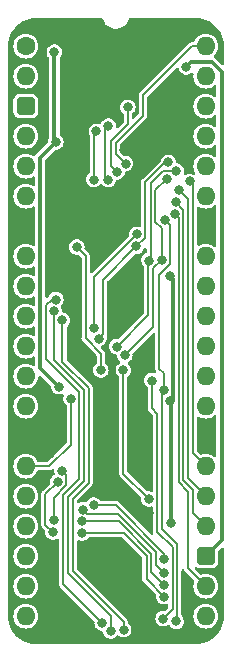
<source format=gbl>
%TF.GenerationSoftware,KiCad,Pcbnew,7.0.5*%
%TF.CreationDate,2024-03-10T12:03:03+02:00*%
%TF.ProjectId,Video Signal Dragger,56696465-6f20-4536-9967-6e616c204472,V0*%
%TF.SameCoordinates,PX54c81a0PY37b6b20*%
%TF.FileFunction,Copper,L2,Bot*%
%TF.FilePolarity,Positive*%
%FSLAX46Y46*%
G04 Gerber Fmt 4.6, Leading zero omitted, Abs format (unit mm)*
G04 Created by KiCad (PCBNEW 7.0.5) date 2024-03-10 12:03:03*
%MOMM*%
%LPD*%
G01*
G04 APERTURE LIST*
G04 Aperture macros list*
%AMRoundRect*
0 Rectangle with rounded corners*
0 $1 Rounding radius*
0 $2 $3 $4 $5 $6 $7 $8 $9 X,Y pos of 4 corners*
0 Add a 4 corners polygon primitive as box body*
4,1,4,$2,$3,$4,$5,$6,$7,$8,$9,$2,$3,0*
0 Add four circle primitives for the rounded corners*
1,1,$1+$1,$2,$3*
1,1,$1+$1,$4,$5*
1,1,$1+$1,$6,$7*
1,1,$1+$1,$8,$9*
0 Add four rect primitives between the rounded corners*
20,1,$1+$1,$2,$3,$4,$5,0*
20,1,$1+$1,$4,$5,$6,$7,0*
20,1,$1+$1,$6,$7,$8,$9,0*
20,1,$1+$1,$8,$9,$2,$3,0*%
G04 Aperture macros list end*
%TA.AperFunction,ComponentPad*%
%ADD10C,1.600000*%
%TD*%
%TA.AperFunction,ComponentPad*%
%ADD11O,1.600000X1.600000*%
%TD*%
%TA.AperFunction,ComponentPad*%
%ADD12RoundRect,0.400000X-0.400000X-0.400000X0.400000X-0.400000X0.400000X0.400000X-0.400000X0.400000X0*%
%TD*%
%TA.AperFunction,ComponentPad*%
%ADD13R,1.600000X1.600000*%
%TD*%
%TA.AperFunction,ViaPad*%
%ADD14C,0.800000*%
%TD*%
%TA.AperFunction,Conductor*%
%ADD15C,0.200000*%
%TD*%
%TA.AperFunction,Conductor*%
%ADD16C,0.380000*%
%TD*%
G04 APERTURE END LIST*
D10*
%TO.P,J2,1,Pin_1*%
%TO.N,unconnected-(J2-Pin_1-Pad1)*%
X0Y0D03*
D11*
%TO.P,J2,2,Pin_2*%
%TO.N,unconnected-(J2-Pin_2-Pad2)*%
X0Y-2540000D03*
D12*
%TO.P,J2,3,Pin_3*%
%TO.N,5V*%
X0Y-5080000D03*
D11*
%TO.P,J2,4,Pin_4*%
%TO.N,unconnected-(J2-Pin_4-Pad4)*%
X0Y-7620000D03*
%TO.P,J2,5,Pin_5*%
%TO.N,unconnected-(J2-Pin_5-Pad5)*%
X0Y-10160000D03*
%TO.P,J2,6,Pin_6*%
%TO.N,Pixel CLK*%
X0Y-12700000D03*
D13*
%TO.P,J2,7,Pin_7*%
%TO.N,GND*%
X0Y-15240000D03*
D11*
%TO.P,J2,8,Pin_8*%
%TO.N,unconnected-(J2-Pin_8-Pad8)*%
X0Y-17780000D03*
%TO.P,J2,9,Pin_9*%
%TO.N,Vertical Blank _{HALF CYCLE}*%
X0Y-20320000D03*
%TO.P,J2,10,Pin_10*%
%TO.N,Vertical Sync _{HALF CYCLE}*%
X0Y-22860000D03*
%TO.P,J2,11,Pin_11*%
%TO.N,Horizontal Blank _{HALF CYCLE}*%
X0Y-25400000D03*
%TO.P,J2,12,Pin_12*%
%TO.N,Horizontal Sync _{HALF CYCLE}*%
X0Y-27940000D03*
%TO.P,J2,13,Pin_13*%
%TO.N,unconnected-(J2-Pin_13-Pad13)*%
X0Y-30480000D03*
D13*
%TO.P,J2,14,Pin_14*%
%TO.N,GND*%
X0Y-33020000D03*
D11*
%TO.P,J2,15,Pin_15*%
%TO.N,~{Pixel CLK}*%
X0Y-35560000D03*
%TO.P,J2,16,Pin_16*%
%TO.N,unconnected-(J2-Pin_16-Pad16)*%
X0Y-38100000D03*
%TO.P,J2,17,Pin_17*%
%TO.N,unconnected-(J2-Pin_17-Pad17)*%
X0Y-40640000D03*
%TO.P,J2,18,Pin_18*%
%TO.N,unconnected-(J2-Pin_18-Pad18)*%
X0Y-43180000D03*
%TO.P,J2,19,Pin_19*%
%TO.N,unconnected-(J2-Pin_19-Pad19)*%
X0Y-45720000D03*
%TO.P,J2,20,Pin_20*%
%TO.N,unconnected-(J2-Pin_20-Pad20)*%
X0Y-48260000D03*
%TO.P,J2,21,Pin_21*%
%TO.N,unconnected-(J2-Pin_21-Pad21)*%
X15240000Y-48260000D03*
%TO.P,J2,22,Pin_22*%
%TO.N,Horizontal Sync _{CYCLE 4}*%
X15240000Y-45720000D03*
D12*
%TO.P,J2,23,Pin_23*%
%TO.N,5V*%
X15240000Y-43180000D03*
D11*
%TO.P,J2,24,Pin_24*%
%TO.N,Horizontal Blank _{CYCLE 4}*%
X15240000Y-40640000D03*
%TO.P,J2,25,Pin_25*%
%TO.N,Vertical Sync _{CYCLE 4}*%
X15240000Y-38100000D03*
%TO.P,J2,26,Pin_26*%
%TO.N,Vertical Blank _{CYCLE 4}*%
X15240000Y-35560000D03*
D13*
%TO.P,J2,27,Pin_27*%
%TO.N,GND*%
X15240000Y-33020000D03*
D11*
%TO.P,J2,28,Pin_28*%
%TO.N,Horizontal Sync _{CYCLE 4H}*%
X15240000Y-30480000D03*
%TO.P,J2,29,Pin_29*%
%TO.N,Horizontal Blank _{CYCLE 4H}*%
X15240000Y-27940000D03*
%TO.P,J2,30,Pin_30*%
%TO.N,Vertical Sync _{CYCLE 4H}*%
X15240000Y-25400000D03*
%TO.P,J2,31,Pin_31*%
%TO.N,Vertical Blank _{CYCLE 4H}*%
X15240000Y-22860000D03*
%TO.P,J2,32,Pin_32*%
%TO.N,Horizontal Sync _{CYCLE 3}*%
X15240000Y-20320000D03*
%TO.P,J2,33,Pin_33*%
%TO.N,Horizontal Blank _{CYCLE 3}*%
X15240000Y-17780000D03*
D13*
%TO.P,J2,34,Pin_34*%
%TO.N,GND*%
X15240000Y-15240000D03*
D11*
%TO.P,J2,35,Pin_35*%
%TO.N,Vertical Sync _{CYCLE 3}*%
X15240000Y-12700000D03*
%TO.P,J2,36,Pin_36*%
%TO.N,Vertical Blank _{CYCLE 3}*%
X15240000Y-10160000D03*
%TO.P,J2,37,Pin_37*%
%TO.N,Horizontal Sync _{CYCLE 3H}*%
X15240000Y-7620000D03*
%TO.P,J2,38,Pin_38*%
%TO.N,Horizontal Blank _{CYCLE 3H}*%
X15240000Y-5080000D03*
%TO.P,J2,39,Pin_39*%
%TO.N,Vertical Sync _{CYCLE 3H}*%
X15240000Y-2540000D03*
%TO.P,J2,40,Pin_40*%
%TO.N,Vertical Blank _{CYCLE 3H}*%
X15240000Y0D03*
%TD*%
D14*
%TO.N,Pixel CLK*%
X8255000Y-27432000D03*
X6350000Y-27432000D03*
X4318000Y-17018008D03*
%TO.N,5V*%
X13589000Y-1778000D03*
%TO.N,GND*%
X13795992Y-8889992D03*
%TO.N,~{Pixel CLK}*%
X3810000Y-29845000D03*
X11660183Y-29112796D03*
%TO.N,/3.3V*%
X2413000Y-507996D03*
%TO.N,GND*%
X8955000Y-31701164D03*
X10439998Y-39497000D03*
%TO.N,Vertical Sync _{CYCLE 3}*%
X9349365Y-16965405D03*
%TO.N,Horizontal Sync _{CYCLE 3}*%
X11490750Y-18101501D03*
%TO.N,Horizontal Blank _{CYCLE 3H}*%
X6985000Y-6759000D03*
%TO.N,Vertical Sync _{CYCLE 3H}*%
X8636000Y-5178994D03*
%TO.N,Vertical Blank _{CYCLE 3}*%
X9377823Y-15946996D03*
%TO.N,Horizontal Blank _{CYCLE 3}*%
X10405247Y-18158224D03*
%TO.N,Horizontal Sync _{CYCLE 3H}*%
X5969000Y-7227002D03*
%TO.N,Vertical Sync _{CYCLE 3H}*%
X7739674Y-10652120D03*
%TO.N,Horizontal Blank _{CYCLE 4}*%
X12699852Y-13206221D03*
%TO.N,Vertical Blank _{CYCLE 3H}*%
X8446782Y-9945011D03*
%TO.N,Horizontal Sync _{CYCLE 4}*%
X12627778Y-14203917D03*
%TO.N,Vertical Sync _{CYCLE 4}*%
X13001133Y-12171409D03*
%TO.N,Vertical Blank _{CYCLE 4}*%
X13861876Y-11451907D03*
%TO.N,Vertical Blank _{CYCLE 3}*%
X5767448Y-23853095D03*
%TO.N,Horizontal Sync _{CYCLE 3H}*%
X5772163Y-11299210D03*
%TO.N,Horizontal Blank _{CYCLE 3H}*%
X6982412Y-11305234D03*
%TO.N,/Vertical Sync _{CYCLE 1}*%
X4826000Y-39243000D03*
%TO.N,/3.3V*%
X12239998Y-30067653D03*
X12276000Y-40386002D03*
X2540000Y-8128000D03*
X12199815Y-19447610D03*
X2790000Y-28829000D03*
%TO.N,/Vertical Blank _{CYCLE 1}*%
X5752036Y-38865559D03*
X11727000Y-43446290D03*
%TO.N,/Vertical Sync _{CYCLE 1}*%
X11701036Y-44607355D03*
%TO.N,/Horizontal Blank _{CYCLE 1}*%
X2357002Y-40102051D03*
X3065241Y-35960592D03*
X11683967Y-45607212D03*
X4753390Y-40240362D03*
%TO.N,/Horizontal Sync _{CYCLE 1}*%
X4764853Y-41240298D03*
X11684000Y-46607214D03*
X2286000Y-41148000D03*
X2694561Y-36889355D03*
%TO.N,GND*%
X7306179Y-27012207D03*
X4764000Y-42811288D03*
X9407213Y-18344187D03*
X6229808Y-31873000D03*
X4367448Y-20320022D03*
X8305008Y-8807000D03*
X9002394Y-43014347D03*
X3048000Y-31369000D03*
X2032000Y-34544000D03*
X10961004Y-6008004D03*
%TO.N,Pixel CLK*%
X10414000Y-38354000D03*
%TO.N,~{Pixel CLK}*%
X11763178Y-14710228D03*
X12739391Y-48713194D03*
%TO.N,Vertical Sync _{CYCLE 3}*%
X6190953Y-24758992D03*
X12063916Y-9844000D03*
%TO.N,Horizontal Blank _{CYCLE 3}*%
X12746281Y-10575015D03*
X7684649Y-25445266D03*
%TO.N,Horizontal Sync _{CYCLE 3}*%
X11913640Y-11275015D03*
X8382000Y-26162000D03*
%TO.N,/Horizontal Sync _{CYCLE 2}*%
X10668000Y-28321000D03*
X11620685Y-48475165D03*
%TO.N,/Horizontal Blank _{CYCLE 2}*%
X3101375Y-23233295D03*
X8285147Y-49402372D03*
%TO.N,/Vertical Sync _{CYCLE 2}*%
X7186581Y-49542463D03*
X2413000Y-22454479D03*
%TO.N,/Vertical Blank _{CYCLE 2}*%
X2540000Y-21463000D03*
X6462650Y-48853184D03*
%TD*%
D15*
%TO.N,/Vertical Blank _{CYCLE 2}*%
X1713000Y-26466372D02*
X1713000Y-21935050D01*
X1713000Y-21935050D02*
X2185050Y-21463000D01*
X2185050Y-21463000D02*
X2540000Y-21463000D01*
X4510001Y-36649627D02*
X4510002Y-29263374D01*
X4510002Y-29263374D02*
X1713000Y-26466372D01*
X3176500Y-37983128D02*
X4510001Y-36649627D01*
X3176500Y-45567034D02*
X3176500Y-37983128D01*
X6462650Y-48853184D02*
X3176500Y-45567034D01*
D16*
%TO.N,GND*%
X4367448Y-26719448D02*
X6794500Y-29146500D01*
X4367448Y-20320022D02*
X4367448Y-26719448D01*
X6794500Y-29146500D02*
X7306179Y-28634821D01*
X6229808Y-29711192D02*
X6794500Y-29146500D01*
D15*
%TO.N,/Horizontal Blank _{CYCLE 2}*%
X3101375Y-26723375D02*
X3101375Y-23233295D01*
X5310001Y-28932001D02*
X3101375Y-26723375D01*
X5310001Y-36980999D02*
X5310001Y-28932001D01*
X3976500Y-44444107D02*
X3976500Y-38314500D01*
X8285147Y-48752754D02*
X3976500Y-44444107D01*
X8285147Y-49402372D02*
X8285147Y-48752754D01*
%TO.N,/Vertical Sync _{CYCLE 2}*%
X2373925Y-22493554D02*
X2413000Y-22454479D01*
X2373925Y-26561611D02*
X2373925Y-22493554D01*
%TO.N,/Horizontal Blank _{CYCLE 2}*%
X3976500Y-38314500D02*
X5310001Y-36980999D01*
%TO.N,/Vertical Sync _{CYCLE 2}*%
X4910002Y-29097688D02*
X2373925Y-26561611D01*
X7186581Y-48219874D02*
X3576500Y-44609792D01*
X4910001Y-36815313D02*
X4910002Y-29097688D01*
X3576500Y-38148814D02*
X4910001Y-36815313D01*
X7186581Y-49542463D02*
X7186581Y-48219874D01*
X3576500Y-44609792D02*
X3576500Y-38148814D01*
D16*
%TO.N,GND*%
X7306179Y-28634821D02*
X7306179Y-27012207D01*
X6229808Y-31873000D02*
X6229808Y-29711192D01*
D15*
%TO.N,Pixel CLK*%
X6350000Y-26035000D02*
X6350000Y-27432000D01*
X5067448Y-24752448D02*
X6350000Y-26035000D01*
X5067448Y-17767456D02*
X5067448Y-24752448D01*
X4318000Y-17018008D02*
X5067448Y-17767456D01*
D16*
%TO.N,GND*%
X3528000Y-19480574D02*
X4367448Y-20320022D01*
X9818012Y-9691011D02*
X3528000Y-15981023D01*
X3528000Y-15981023D02*
X3528000Y-19480574D01*
D15*
%TO.N,Vertical Sync _{CYCLE 3H}*%
X8636000Y-6604000D02*
X8636000Y-5178994D01*
X7204998Y-8035002D02*
X8636000Y-6604000D01*
X7204998Y-10117444D02*
X7204998Y-8035002D01*
X7739674Y-10652120D02*
X7204998Y-10117444D01*
%TO.N,~{Pixel CLK}*%
X11660183Y-27662183D02*
X11660183Y-29112796D01*
X11303000Y-27305000D02*
X11660183Y-27662183D01*
X11303000Y-19354475D02*
X11303000Y-27305000D01*
X12192000Y-18465475D02*
X11303000Y-19354475D01*
X12192000Y-15139050D02*
X12192000Y-18465475D01*
D16*
%TO.N,/3.3V*%
X12239998Y-30067653D02*
X12449993Y-29857658D01*
X12449993Y-19697788D02*
X12199815Y-19447610D01*
D15*
%TO.N,~{Pixel CLK}*%
X11763178Y-14710228D02*
X12192000Y-15139050D01*
D16*
%TO.N,/3.3V*%
X12449993Y-29857658D02*
X12449993Y-19697788D01*
D15*
%TO.N,Vertical Blank _{CYCLE 3}*%
X5767448Y-19557371D02*
X5767448Y-23853095D01*
%TO.N,Vertical Sync _{CYCLE 3}*%
X6542000Y-19772770D02*
X6542000Y-24407945D01*
X9349365Y-16965405D02*
X6542000Y-19772770D01*
D16*
%TO.N,GND*%
X6894649Y-26600677D02*
X7306179Y-27012207D01*
X6894649Y-25118037D02*
X6894649Y-26600677D01*
X9407213Y-22605473D02*
X6894649Y-25118037D01*
D15*
%TO.N,Horizontal Blank _{CYCLE 3}*%
X10384291Y-22745624D02*
X7684649Y-25445266D01*
X10405247Y-18158224D02*
X10384291Y-18179180D01*
%TO.N,Horizontal Sync _{CYCLE 3}*%
X10784291Y-18807960D02*
X10784291Y-23759709D01*
%TO.N,Horizontal Blank _{CYCLE 3}*%
X10384291Y-18179180D02*
X10384291Y-22745624D01*
D16*
%TO.N,GND*%
X9407213Y-18344187D02*
X9407213Y-22605473D01*
D15*
%TO.N,Vertical Blank _{CYCLE 3}*%
X9377823Y-15946996D02*
X5767448Y-19557371D01*
%TO.N,Horizontal Sync _{CYCLE 3}*%
X10784291Y-23759709D02*
X8382000Y-26162000D01*
X11490750Y-18101501D02*
X10784291Y-18807960D01*
%TO.N,Vertical Sync _{CYCLE 3}*%
X6542000Y-24407945D02*
X6190953Y-24758992D01*
%TO.N,/Horizontal Sync _{CYCLE 2}*%
X10668000Y-30645686D02*
X10668000Y-28321000D01*
X11139998Y-31117684D02*
X10668000Y-30645686D01*
X11139998Y-41147548D02*
X11139998Y-31117684D01*
X12427000Y-42434550D02*
X11139998Y-41147548D01*
X11620685Y-48475165D02*
X12427000Y-47668850D01*
X12427000Y-47668850D02*
X12427000Y-42434550D01*
%TO.N,/Horizontal Sync _{CYCLE 1}*%
X8301240Y-41240298D02*
X4764853Y-41240298D01*
X10219309Y-43158367D02*
X8301240Y-41240298D01*
X11684000Y-46607214D02*
X10219309Y-45142523D01*
%TO.N,/Horizontal Blank _{CYCLE 1}*%
X7866990Y-40240362D02*
X4753390Y-40240362D01*
X10619305Y-42992677D02*
X7866990Y-40240362D01*
X10619305Y-44542550D02*
X10619305Y-42992677D01*
%TO.N,/Horizontal Sync _{CYCLE 1}*%
X10219309Y-45142523D02*
X10219309Y-43158367D01*
%TO.N,/Vertical Blank _{CYCLE 1}*%
X11727000Y-43446290D02*
X11727000Y-42969000D01*
%TO.N,/Vertical Sync _{CYCLE 1}*%
X5188519Y-39605519D02*
X4826000Y-39243000D01*
X11019305Y-42826991D02*
X7797833Y-39605519D01*
X11701036Y-44607355D02*
X11019305Y-43925624D01*
%TO.N,/Vertical Blank _{CYCLE 1}*%
X7623559Y-38865559D02*
X5752036Y-38865559D01*
%TO.N,/Vertical Sync _{CYCLE 1}*%
X7797833Y-39605519D02*
X5188519Y-39605519D01*
%TO.N,/Vertical Blank _{CYCLE 1}*%
X11727000Y-42969000D02*
X7623559Y-38865559D01*
%TO.N,/Vertical Sync _{CYCLE 1}*%
X11019305Y-43925624D02*
X11019305Y-42826991D01*
%TO.N,/Horizontal Blank _{CYCLE 1}*%
X11683967Y-45607212D02*
X10619305Y-44542550D01*
X3395000Y-36290351D02*
X3065241Y-35960592D01*
X3395000Y-37196335D02*
X3395000Y-36290351D01*
X2357002Y-38234333D02*
X3395000Y-37196335D01*
X2357002Y-40102051D02*
X2357002Y-38234333D01*
%TO.N,/Horizontal Sync _{CYCLE 1}*%
X1651000Y-37932916D02*
X2694561Y-36889355D01*
X1651000Y-40513000D02*
X1651000Y-37932916D01*
X2286000Y-41148000D02*
X1651000Y-40513000D01*
%TO.N,~{Pixel CLK}*%
X3810000Y-33755950D02*
X3810000Y-29845000D01*
X2005950Y-35560000D02*
X3810000Y-33755950D01*
X0Y-35560000D02*
X2005950Y-35560000D01*
D16*
%TO.N,GND*%
X2032000Y-32385000D02*
X2032000Y-34544000D01*
X3048000Y-31369000D02*
X2032000Y-32385000D01*
X508000Y-33020000D02*
X2032000Y-34544000D01*
D15*
%TO.N,Pixel CLK*%
X8255000Y-36195000D02*
X10414000Y-38354000D01*
X8255000Y-27432000D02*
X8255000Y-36195000D01*
D16*
%TO.N,/3.3V*%
X1223000Y-27262000D02*
X2790000Y-28829000D01*
X1223000Y-9445000D02*
X1223000Y-27262000D01*
X2540000Y-8128000D02*
X1223000Y-9445000D01*
D15*
%TO.N,~{Pixel CLK}*%
X11539998Y-29232981D02*
X11660183Y-29112796D01*
X11539998Y-40850948D02*
X11539998Y-29232981D01*
X12827000Y-42137950D02*
X11539998Y-40850948D01*
X12827000Y-48625585D02*
X12827000Y-42137950D01*
X12739391Y-48713194D02*
X12827000Y-48625585D01*
%TO.N,Horizontal Sync _{CYCLE 4}*%
X13740000Y-37731372D02*
X12940001Y-36931373D01*
X13740000Y-44220000D02*
X13740000Y-37731372D01*
X15240000Y-45720000D02*
X13740000Y-44220000D01*
%TO.N,Horizontal Blank _{CYCLE 4}*%
X14140000Y-39540000D02*
X15240000Y-40640000D01*
%TO.N,Horizontal Sync _{CYCLE 4}*%
X12940001Y-36931373D02*
X12940000Y-14516139D01*
%TO.N,Horizontal Blank _{CYCLE 4}*%
X13340000Y-36765686D02*
X14140000Y-37565687D01*
X13340000Y-13846369D02*
X13340000Y-36765686D01*
X12699852Y-13206221D02*
X13340000Y-13846369D01*
%TO.N,Vertical Sync _{CYCLE 4}*%
X13740000Y-12910276D02*
X13740000Y-36600000D01*
X13001133Y-12171409D02*
X13740000Y-12910276D01*
%TO.N,Vertical Blank _{CYCLE 4}*%
X13861876Y-11451907D02*
X14140000Y-11730031D01*
%TO.N,Horizontal Sync _{CYCLE 4}*%
X12940000Y-14516139D02*
X12627778Y-14203917D01*
%TO.N,Horizontal Blank _{CYCLE 4}*%
X14140000Y-37565687D02*
X14140000Y-39540000D01*
%TO.N,Vertical Sync _{CYCLE 4}*%
X13740000Y-36600000D02*
X15240000Y-38100000D01*
%TO.N,Vertical Blank _{CYCLE 4}*%
X14140000Y-11730031D02*
X14140000Y-34460000D01*
X14140000Y-34460000D02*
X15240000Y-35560000D01*
D16*
%TO.N,GND*%
X9779000Y-39497000D02*
X10439998Y-39497000D01*
X6229808Y-35947808D02*
X9779000Y-39497000D01*
X6229808Y-31873000D02*
X6229808Y-35947808D01*
%TO.N,/3.3V*%
X12276000Y-40386002D02*
X12301000Y-40361002D01*
X12301000Y-30128655D02*
X12239998Y-30067653D01*
X12301000Y-40361002D02*
X12301000Y-30128655D01*
D15*
%TO.N,Vertical Sync _{CYCLE 3}*%
X11766465Y-9844000D02*
X10097501Y-11512964D01*
X12063916Y-9844000D02*
X11766465Y-9844000D01*
X10097501Y-11512964D02*
X10097501Y-16217269D01*
X10097501Y-16217269D02*
X9349365Y-16965405D01*
%TO.N,Horizontal Blank _{CYCLE 3}*%
X10575743Y-11600407D02*
X10575743Y-17987728D01*
X11601135Y-10575015D02*
X10575743Y-11600407D01*
X12746281Y-10575015D02*
X11601135Y-10575015D01*
X10575743Y-17987728D02*
X10405247Y-18158224D01*
%TO.N,Horizontal Sync _{CYCLE 3}*%
X11490750Y-15427750D02*
X11490750Y-18101501D01*
X10975743Y-14912743D02*
X11490750Y-15427750D01*
X10975743Y-12212912D02*
X10975743Y-14912743D01*
X11913640Y-11275015D02*
X10975743Y-12212912D01*
D16*
%TO.N,GND*%
X10619031Y-8889992D02*
X13795992Y-8889992D01*
X9818012Y-9691011D02*
X10619031Y-8889992D01*
X9818012Y-9691011D02*
X8934000Y-8807000D01*
X8934000Y-8807000D02*
X8305008Y-8807000D01*
X13795992Y-8842992D02*
X10961004Y-6008004D01*
X13795992Y-8889992D02*
X13795992Y-8842992D01*
X8305008Y-8807000D02*
X10961004Y-6151004D01*
X10961004Y-6151004D02*
X10961004Y-6008004D01*
%TO.N,/3.3V*%
X2413000Y-8001000D02*
X2540000Y-8128000D01*
X2413000Y-507996D02*
X2413000Y-8001000D01*
D15*
%TO.N,Horizontal Blank _{CYCLE 3H}*%
X6982412Y-11305234D02*
X6731000Y-11053822D01*
X6731000Y-7013000D02*
X6985000Y-6759000D01*
X6731000Y-11053822D02*
X6731000Y-7013000D01*
%TO.N,Vertical Blank _{CYCLE 3H}*%
X7605008Y-8200678D02*
X7605008Y-9103237D01*
X9925000Y-5880686D02*
X7605008Y-8200678D01*
X14108630Y0D02*
X9925000Y-4183630D01*
X15240000Y0D02*
X14108630Y0D01*
X9925000Y-4183630D02*
X9925000Y-5880686D01*
X7605008Y-9103237D02*
X8446782Y-9945011D01*
%TO.N,Horizontal Sync _{CYCLE 3H}*%
X5772163Y-7423839D02*
X5969000Y-7227002D01*
X5772163Y-11299210D02*
X5772163Y-7423839D01*
D16*
%TO.N,5V*%
X14017000Y-1350000D02*
X13589000Y-1778000D01*
X16577999Y-2195084D02*
X15732915Y-1350000D01*
X15240000Y-43180000D02*
X16577999Y-41842001D01*
X16577999Y-41842001D02*
X16577999Y-2195084D01*
X15732915Y-1350000D02*
X14017000Y-1350000D01*
%TO.N,GND*%
X9002394Y-43014347D02*
X8799335Y-42811288D01*
X8799335Y-42811288D02*
X4764000Y-42811288D01*
%TD*%
%TA.AperFunction,Conductor*%
%TO.N,GND*%
G36*
X16686831Y-42458641D02*
G01*
X16742765Y-42500512D01*
X16767182Y-42565977D01*
X16767498Y-42574823D01*
X16767498Y-48258138D01*
X16767385Y-48261882D01*
X16750495Y-48541108D01*
X16749591Y-48548547D01*
X16699504Y-48821864D01*
X16697711Y-48829140D01*
X16615044Y-49094428D01*
X16612386Y-49101435D01*
X16498348Y-49354815D01*
X16494865Y-49361451D01*
X16351111Y-49599246D01*
X16346854Y-49605413D01*
X16175489Y-49824143D01*
X16170519Y-49829752D01*
X15974032Y-50026237D01*
X15968423Y-50031206D01*
X15749687Y-50202573D01*
X15743520Y-50206830D01*
X15505730Y-50350576D01*
X15499095Y-50354058D01*
X15245708Y-50468095D01*
X15238702Y-50470752D01*
X14973405Y-50553419D01*
X14966129Y-50555213D01*
X14692820Y-50605295D01*
X14685381Y-50606199D01*
X14405610Y-50623119D01*
X14401867Y-50623232D01*
X13843000Y-50623232D01*
X13843000Y-48260000D01*
X14184417Y-48260000D01*
X14204699Y-48465932D01*
X14228640Y-48544854D01*
X14264768Y-48663954D01*
X14362315Y-48846450D01*
X14362317Y-48846452D01*
X14493589Y-49006410D01*
X14590209Y-49085702D01*
X14653550Y-49137685D01*
X14836046Y-49235232D01*
X15034066Y-49295300D01*
X15034065Y-49295300D01*
X15052529Y-49297118D01*
X15240000Y-49315583D01*
X15445934Y-49295300D01*
X15643954Y-49235232D01*
X15826450Y-49137685D01*
X15986410Y-49006410D01*
X16117685Y-48846450D01*
X16215232Y-48663954D01*
X16275300Y-48465934D01*
X16295583Y-48260000D01*
X16275300Y-48054066D01*
X16215232Y-47856046D01*
X16117685Y-47673550D01*
X16065702Y-47610209D01*
X15986410Y-47513589D01*
X15826452Y-47382317D01*
X15826453Y-47382317D01*
X15826450Y-47382315D01*
X15643954Y-47284768D01*
X15445934Y-47224700D01*
X15445932Y-47224699D01*
X15445934Y-47224699D01*
X15240000Y-47204417D01*
X15034067Y-47224699D01*
X14836043Y-47284769D01*
X14725897Y-47343643D01*
X14653550Y-47382315D01*
X14653548Y-47382316D01*
X14653547Y-47382317D01*
X14493589Y-47513589D01*
X14362317Y-47673547D01*
X14264769Y-47856043D01*
X14204699Y-48054067D01*
X14184417Y-48260000D01*
X13843000Y-48260000D01*
X13843000Y-44818682D01*
X14229808Y-45205490D01*
X14263293Y-45266813D01*
X14260788Y-45329166D01*
X14204699Y-45514067D01*
X14184417Y-45720000D01*
X14204699Y-45925932D01*
X14204700Y-45925934D01*
X14264768Y-46123954D01*
X14362315Y-46306450D01*
X14362317Y-46306452D01*
X14493589Y-46466410D01*
X14590209Y-46545702D01*
X14653550Y-46597685D01*
X14836046Y-46695232D01*
X15034066Y-46755300D01*
X15034065Y-46755300D01*
X15052529Y-46757118D01*
X15240000Y-46775583D01*
X15445934Y-46755300D01*
X15643954Y-46695232D01*
X15826450Y-46597685D01*
X15986410Y-46466410D01*
X16117685Y-46306450D01*
X16215232Y-46123954D01*
X16275300Y-45925934D01*
X16295583Y-45720000D01*
X16275300Y-45514066D01*
X16215232Y-45316046D01*
X16117685Y-45133550D01*
X16065702Y-45070209D01*
X15986410Y-44973589D01*
X15826452Y-44842317D01*
X15826453Y-44842317D01*
X15826450Y-44842315D01*
X15643954Y-44744768D01*
X15445934Y-44684700D01*
X15445932Y-44684699D01*
X15445934Y-44684699D01*
X15240000Y-44664417D01*
X15034067Y-44684699D01*
X14849166Y-44740788D01*
X14779299Y-44741411D01*
X14725490Y-44709808D01*
X14338343Y-44322661D01*
X14304858Y-44261338D01*
X14309842Y-44191646D01*
X14351714Y-44135713D01*
X14417178Y-44111296D01*
X14485451Y-44126148D01*
X14489140Y-44128245D01*
X14579602Y-44181744D01*
X14586159Y-44183649D01*
X14737426Y-44227597D01*
X14737429Y-44227597D01*
X14737431Y-44227598D01*
X14774306Y-44230500D01*
X14774314Y-44230500D01*
X15705686Y-44230500D01*
X15705694Y-44230500D01*
X15742569Y-44227598D01*
X15742571Y-44227597D01*
X15742573Y-44227597D01*
X15784191Y-44215505D01*
X15900398Y-44181744D01*
X16041865Y-44098081D01*
X16158081Y-43981865D01*
X16241744Y-43840398D01*
X16287598Y-43682569D01*
X16290500Y-43645694D01*
X16290500Y-42803822D01*
X16310185Y-42736783D01*
X16326815Y-42716145D01*
X16555820Y-42487140D01*
X16617140Y-42453657D01*
X16686831Y-42458641D01*
G37*
%TD.AperFunction*%
%TA.AperFunction,Conductor*%
G36*
X16068012Y-31253215D02*
G01*
X16119572Y-31300367D01*
X16137499Y-31364590D01*
X16137499Y-34675409D01*
X16117814Y-34742448D01*
X16065010Y-34788203D01*
X15995852Y-34798147D01*
X15934835Y-34771263D01*
X15826452Y-34682317D01*
X15826453Y-34682317D01*
X15826450Y-34682315D01*
X15643954Y-34584768D01*
X15445934Y-34524700D01*
X15445932Y-34524699D01*
X15445934Y-34524699D01*
X15240000Y-34504417D01*
X15034067Y-34524699D01*
X14849166Y-34580788D01*
X14779299Y-34581411D01*
X14725490Y-34549808D01*
X14526819Y-34351136D01*
X14493334Y-34289813D01*
X14490500Y-34263455D01*
X14490500Y-31477414D01*
X14510185Y-31410375D01*
X14562989Y-31364620D01*
X14632147Y-31354676D01*
X14672950Y-31368054D01*
X14836046Y-31455232D01*
X15034066Y-31515300D01*
X15034065Y-31515300D01*
X15052529Y-31517118D01*
X15240000Y-31535583D01*
X15445934Y-31515300D01*
X15643954Y-31455232D01*
X15826450Y-31357685D01*
X15934834Y-31268736D01*
X15999144Y-31241424D01*
X16068012Y-31253215D01*
G37*
%TD.AperFunction*%
%TA.AperFunction,Conductor*%
G36*
X16068012Y-13473215D02*
G01*
X16119572Y-13520367D01*
X16137499Y-13584590D01*
X16137499Y-16895409D01*
X16117814Y-16962448D01*
X16065010Y-17008203D01*
X15995852Y-17018147D01*
X15934835Y-16991263D01*
X15861748Y-16931283D01*
X15826450Y-16902315D01*
X15643954Y-16804768D01*
X15445934Y-16744700D01*
X15445932Y-16744699D01*
X15445934Y-16744699D01*
X15240000Y-16724417D01*
X15034067Y-16744699D01*
X14836041Y-16804769D01*
X14672953Y-16891943D01*
X14604551Y-16906185D01*
X14539307Y-16881185D01*
X14497936Y-16824880D01*
X14490500Y-16782585D01*
X14490500Y-13697414D01*
X14510185Y-13630375D01*
X14562989Y-13584620D01*
X14632147Y-13574676D01*
X14672950Y-13588054D01*
X14836046Y-13675232D01*
X15034066Y-13735300D01*
X15034065Y-13735300D01*
X15052529Y-13737118D01*
X15240000Y-13755583D01*
X15445934Y-13735300D01*
X15643954Y-13675232D01*
X15826450Y-13577685D01*
X15934834Y-13488736D01*
X15999144Y-13461424D01*
X16068012Y-13473215D01*
G37*
%TD.AperFunction*%
%TA.AperFunction,Conductor*%
G36*
X14125667Y-2268458D02*
G01*
X14178970Y-2313630D01*
X14199390Y-2380449D01*
X14198800Y-2393965D01*
X14184417Y-2539999D01*
X14204699Y-2745932D01*
X14204700Y-2745934D01*
X14264768Y-2943954D01*
X14362315Y-3126450D01*
X14362317Y-3126452D01*
X14493589Y-3286410D01*
X14583707Y-3360367D01*
X14653550Y-3417685D01*
X14836046Y-3515232D01*
X15034066Y-3575300D01*
X15034065Y-3575300D01*
X15052529Y-3577118D01*
X15240000Y-3595583D01*
X15445934Y-3575300D01*
X15643954Y-3515232D01*
X15826450Y-3417685D01*
X15934835Y-3328736D01*
X15999143Y-3301424D01*
X16068010Y-3313215D01*
X16119571Y-3360367D01*
X16137498Y-3424590D01*
X16137498Y-4195409D01*
X16117813Y-4262448D01*
X16065009Y-4308203D01*
X15995851Y-4318147D01*
X15934833Y-4291262D01*
X15826453Y-4202317D01*
X15826451Y-4202316D01*
X15826450Y-4202315D01*
X15643954Y-4104768D01*
X15445934Y-4044700D01*
X15445932Y-4044699D01*
X15445934Y-4044699D01*
X15240000Y-4024417D01*
X15034067Y-4044699D01*
X14836043Y-4104769D01*
X14770738Y-4139676D01*
X14653550Y-4202315D01*
X14653548Y-4202316D01*
X14653547Y-4202317D01*
X14493589Y-4333589D01*
X14362317Y-4493547D01*
X14362315Y-4493550D01*
X14342501Y-4530619D01*
X14264769Y-4676043D01*
X14204699Y-4874067D01*
X14184417Y-5079999D01*
X14204699Y-5285932D01*
X14204700Y-5285934D01*
X14264768Y-5483954D01*
X14362315Y-5666450D01*
X14362317Y-5666452D01*
X14493589Y-5826410D01*
X14583707Y-5900367D01*
X14653550Y-5957685D01*
X14836046Y-6055232D01*
X15034066Y-6115300D01*
X15034065Y-6115300D01*
X15052529Y-6117118D01*
X15240000Y-6135583D01*
X15445934Y-6115300D01*
X15643954Y-6055232D01*
X15826450Y-5957685D01*
X15934835Y-5868736D01*
X15999143Y-5841424D01*
X16068010Y-5853215D01*
X16119571Y-5900367D01*
X16137498Y-5964590D01*
X16137498Y-6735409D01*
X16117813Y-6802448D01*
X16065009Y-6848203D01*
X15995851Y-6858147D01*
X15934833Y-6831262D01*
X15826453Y-6742317D01*
X15826451Y-6742316D01*
X15826450Y-6742315D01*
X15643954Y-6644768D01*
X15445934Y-6584700D01*
X15445932Y-6584699D01*
X15445934Y-6584699D01*
X15240000Y-6564417D01*
X15034067Y-6584699D01*
X14836043Y-6644769D01*
X14725898Y-6703643D01*
X14653550Y-6742315D01*
X14653548Y-6742316D01*
X14653547Y-6742317D01*
X14493589Y-6873589D01*
X14362317Y-7033547D01*
X14264769Y-7216043D01*
X14204699Y-7414067D01*
X14184417Y-7619999D01*
X14204699Y-7825932D01*
X14204700Y-7825934D01*
X14264768Y-8023954D01*
X14362315Y-8206450D01*
X14362317Y-8206452D01*
X14493589Y-8366410D01*
X14583707Y-8440367D01*
X14653550Y-8497685D01*
X14836046Y-8595232D01*
X15034066Y-8655300D01*
X15034065Y-8655300D01*
X15052529Y-8657118D01*
X15240000Y-8675583D01*
X15445934Y-8655300D01*
X15643954Y-8595232D01*
X15826450Y-8497685D01*
X15934835Y-8408736D01*
X15999143Y-8381424D01*
X16068010Y-8393215D01*
X16119571Y-8440367D01*
X16137498Y-8504590D01*
X16137498Y-9275409D01*
X16117813Y-9342448D01*
X16065009Y-9388203D01*
X15995851Y-9398147D01*
X15934833Y-9371262D01*
X15826453Y-9282317D01*
X15826451Y-9282316D01*
X15826450Y-9282315D01*
X15643954Y-9184768D01*
X15445934Y-9124700D01*
X15445932Y-9124699D01*
X15445934Y-9124699D01*
X15240000Y-9104417D01*
X15034067Y-9124699D01*
X14836043Y-9184769D01*
X14725898Y-9243643D01*
X14653550Y-9282315D01*
X14653548Y-9282316D01*
X14653547Y-9282317D01*
X14493589Y-9413589D01*
X14362317Y-9573547D01*
X14264769Y-9756043D01*
X14204699Y-9954067D01*
X14184417Y-10159999D01*
X14204699Y-10365932D01*
X14204700Y-10365934D01*
X14264768Y-10563954D01*
X14342500Y-10709380D01*
X14345649Y-10715270D01*
X14359891Y-10783673D01*
X14334891Y-10848917D01*
X14278586Y-10890288D01*
X14208853Y-10894650D01*
X14178665Y-10883520D01*
X14094241Y-10839210D01*
X13940862Y-10801407D01*
X13940861Y-10801407D01*
X13843000Y-10801407D01*
X13843000Y-2379340D01*
X13961240Y-2317283D01*
X13993169Y-2288996D01*
X14056403Y-2259274D01*
X14125667Y-2268458D01*
G37*
%TD.AperFunction*%
%TA.AperFunction,Conductor*%
G36*
X14349134Y2363257D02*
G01*
X14349400Y2363233D01*
X14360100Y2363233D01*
X14402395Y2363233D01*
X14406138Y2363120D01*
X14424192Y2362029D01*
X14685390Y2346233D01*
X14692824Y2345329D01*
X14966153Y2295243D01*
X14973415Y2293452D01*
X15238710Y2210785D01*
X15245716Y2208128D01*
X15499109Y2094089D01*
X15505740Y2090609D01*
X15743553Y1946848D01*
X15749700Y1942605D01*
X15968452Y1771227D01*
X15974049Y1766267D01*
X16170543Y1569776D01*
X16175513Y1564167D01*
X16346879Y1345436D01*
X16351136Y1339269D01*
X16494893Y1101468D01*
X16498375Y1094833D01*
X16612419Y841443D01*
X16615072Y834449D01*
X16692351Y586453D01*
X16697742Y569153D01*
X16699535Y561877D01*
X16749624Y288552D01*
X16750527Y281113D01*
X16767386Y2432D01*
X16767499Y-1313D01*
X16767499Y-1462260D01*
X16747814Y-1529299D01*
X16695010Y-1575054D01*
X16625852Y-1584998D01*
X16562296Y-1555973D01*
X16555818Y-1549941D01*
X16064358Y-1058482D01*
X16059721Y-1053294D01*
X16035914Y-1023441D01*
X15988808Y-991324D01*
X15986918Y-989983D01*
X15958538Y-969038D01*
X15916286Y-913391D01*
X15910827Y-843735D01*
X15943893Y-782185D01*
X15953500Y-773418D01*
X15986410Y-746410D01*
X16117685Y-586450D01*
X16215232Y-403954D01*
X16275300Y-205934D01*
X16295583Y0D01*
X16275300Y205934D01*
X16215232Y403954D01*
X16117685Y586450D01*
X16065702Y649791D01*
X15986410Y746411D01*
X15826452Y877683D01*
X15826453Y877683D01*
X15826450Y877685D01*
X15643954Y975232D01*
X15445934Y1035300D01*
X15445932Y1035301D01*
X15445934Y1035301D01*
X15240000Y1055583D01*
X15034067Y1035301D01*
X14836043Y975231D01*
X14725898Y916357D01*
X14653550Y877685D01*
X14653548Y877684D01*
X14653547Y877683D01*
X14493589Y746411D01*
X14362317Y586453D01*
X14362315Y586450D01*
X14314914Y497772D01*
X14271231Y416046D01*
X14222268Y366202D01*
X14161873Y350500D01*
X14157836Y350500D01*
X14132391Y353139D01*
X14123315Y355042D01*
X14123312Y355042D01*
X14090698Y350977D01*
X14083022Y350500D01*
X14079590Y350500D01*
X14059346Y347123D01*
X14056823Y346755D01*
X14007236Y340574D01*
X14000205Y338481D01*
X13993248Y336093D01*
X13949317Y312318D01*
X13947041Y311147D01*
X13902143Y289197D01*
X13896196Y284952D01*
X13890369Y280416D01*
X13856543Y243671D01*
X13854770Y241823D01*
X13843000Y230053D01*
X13843000Y2363469D01*
X14349134Y2363257D01*
G37*
%TD.AperFunction*%
%TD*%
%TA.AperFunction,Conductor*%
%TO.N,GND*%
G36*
X1397000Y-8648038D02*
G01*
X931481Y-9113557D01*
X926294Y-9118192D01*
X896443Y-9141998D01*
X896441Y-9142000D01*
X864331Y-9189096D01*
X862991Y-9190984D01*
X829148Y-9236841D01*
X825248Y-9244221D01*
X821638Y-9251717D01*
X821020Y-9253724D01*
X819747Y-9255645D01*
X817611Y-9260083D01*
X817003Y-9259790D01*
X782447Y-9311981D01*
X718500Y-9340135D01*
X649484Y-9329248D01*
X623866Y-9313021D01*
X586453Y-9282317D01*
X586451Y-9282316D01*
X586450Y-9282315D01*
X403954Y-9184768D01*
X205934Y-9124700D01*
X205932Y-9124699D01*
X205934Y-9124699D01*
X18463Y-9106235D01*
X0Y-9104417D01*
X-1Y-9104417D01*
X-205933Y-9124699D01*
X-403957Y-9184769D01*
X-501375Y-9236841D01*
X-586450Y-9282315D01*
X-586452Y-9282316D01*
X-586453Y-9282317D01*
X-746411Y-9413589D01*
X-877683Y-9573547D01*
X-975231Y-9756043D01*
X-1035301Y-9954067D01*
X-1055583Y-10159999D01*
X-1035301Y-10365932D01*
X-1035300Y-10365934D01*
X-975232Y-10563954D01*
X-877685Y-10746450D01*
X-877683Y-10746452D01*
X-746411Y-10906410D01*
X-649791Y-10985702D01*
X-586450Y-11037685D01*
X-403954Y-11135232D01*
X-205934Y-11195300D01*
X-205935Y-11195300D01*
X-187471Y-11197118D01*
X0Y-11215583D01*
X205934Y-11195300D01*
X403954Y-11135232D01*
X586450Y-11037685D01*
X586460Y-11037676D01*
X589610Y-11035573D01*
X591517Y-11034975D01*
X591822Y-11034813D01*
X591852Y-11034870D01*
X656288Y-11014696D01*
X723668Y-11033181D01*
X770357Y-11085160D01*
X782500Y-11138676D01*
X782500Y-11721323D01*
X762815Y-11788362D01*
X710011Y-11834117D01*
X640853Y-11844061D01*
X589619Y-11824432D01*
X586454Y-11822317D01*
X403956Y-11724769D01*
X403955Y-11724768D01*
X403954Y-11724768D01*
X205934Y-11664700D01*
X205932Y-11664699D01*
X205934Y-11664699D01*
X0Y-11644417D01*
X-205933Y-11664699D01*
X-403957Y-11724769D01*
X-514102Y-11783643D01*
X-586450Y-11822315D01*
X-586452Y-11822316D01*
X-586453Y-11822317D01*
X-746411Y-11953589D01*
X-877683Y-12113547D01*
X-975231Y-12296043D01*
X-1035301Y-12494067D01*
X-1055583Y-12700000D01*
X-1035301Y-12905932D01*
X-1035300Y-12905934D01*
X-975232Y-13103954D01*
X-877685Y-13286450D01*
X-877683Y-13286452D01*
X-746411Y-13446410D01*
X-649791Y-13525702D01*
X-586450Y-13577685D01*
X-403954Y-13675232D01*
X-205934Y-13735300D01*
X-205935Y-13735300D01*
X-185653Y-13737297D01*
X0Y-13755583D01*
X205934Y-13735300D01*
X403954Y-13675232D01*
X586450Y-13577685D01*
X586460Y-13577676D01*
X589610Y-13575573D01*
X591517Y-13574975D01*
X591822Y-13574813D01*
X591852Y-13574870D01*
X656288Y-13554696D01*
X723668Y-13573181D01*
X770357Y-13625160D01*
X782500Y-13678676D01*
X782500Y-16801323D01*
X762815Y-16868362D01*
X710011Y-16914117D01*
X640853Y-16924061D01*
X589619Y-16904432D01*
X586454Y-16902317D01*
X403956Y-16804769D01*
X403955Y-16804768D01*
X403954Y-16804768D01*
X205934Y-16744700D01*
X205932Y-16744699D01*
X205934Y-16744699D01*
X0Y-16724417D01*
X-205933Y-16744699D01*
X-403957Y-16804769D01*
X-514102Y-16863643D01*
X-586450Y-16902315D01*
X-586452Y-16902316D01*
X-586453Y-16902317D01*
X-746411Y-17033589D01*
X-877683Y-17193547D01*
X-975231Y-17376043D01*
X-1035301Y-17574067D01*
X-1055583Y-17780000D01*
X-1035301Y-17985932D01*
X-1035300Y-17985934D01*
X-975232Y-18183954D01*
X-877685Y-18366450D01*
X-877683Y-18366452D01*
X-746411Y-18526410D01*
X-649791Y-18605702D01*
X-586450Y-18657685D01*
X-403954Y-18755232D01*
X-205934Y-18815300D01*
X-205935Y-18815300D01*
X-185652Y-18817297D01*
X0Y-18835583D01*
X205934Y-18815300D01*
X403954Y-18755232D01*
X586450Y-18657685D01*
X586460Y-18657676D01*
X589610Y-18655573D01*
X591517Y-18654975D01*
X591822Y-18654813D01*
X591852Y-18654870D01*
X656288Y-18634696D01*
X723668Y-18653181D01*
X770357Y-18705160D01*
X782500Y-18758676D01*
X782500Y-19341323D01*
X762815Y-19408362D01*
X710011Y-19454117D01*
X640853Y-19464061D01*
X589619Y-19444432D01*
X586454Y-19442317D01*
X403956Y-19344769D01*
X403955Y-19344768D01*
X403954Y-19344768D01*
X205934Y-19284700D01*
X205932Y-19284699D01*
X205934Y-19284699D01*
X18463Y-19266235D01*
X0Y-19264417D01*
X-1Y-19264417D01*
X-205933Y-19284699D01*
X-403957Y-19344769D01*
X-514102Y-19403643D01*
X-586450Y-19442315D01*
X-586452Y-19442316D01*
X-586453Y-19442317D01*
X-746411Y-19573589D01*
X-877683Y-19733547D01*
X-975231Y-19916043D01*
X-1035301Y-20114067D01*
X-1055583Y-20320000D01*
X-1035301Y-20525932D01*
X-1035300Y-20525934D01*
X-975232Y-20723954D01*
X-877685Y-20906450D01*
X-877683Y-20906452D01*
X-746411Y-21066410D01*
X-695785Y-21107957D01*
X-586450Y-21197685D01*
X-403954Y-21295232D01*
X-205934Y-21355300D01*
X-205935Y-21355300D01*
X-185653Y-21357297D01*
X0Y-21375583D01*
X205934Y-21355300D01*
X403954Y-21295232D01*
X586450Y-21197685D01*
X586460Y-21197676D01*
X589610Y-21195573D01*
X591517Y-21194975D01*
X591822Y-21194813D01*
X591852Y-21194870D01*
X656288Y-21174696D01*
X723668Y-21193181D01*
X770357Y-21245160D01*
X782500Y-21298676D01*
X782500Y-21881323D01*
X762815Y-21948362D01*
X710011Y-21994117D01*
X640853Y-22004061D01*
X589619Y-21984432D01*
X586454Y-21982317D01*
X403956Y-21884769D01*
X403955Y-21884768D01*
X403954Y-21884768D01*
X205934Y-21824700D01*
X205932Y-21824699D01*
X205934Y-21824699D01*
X18463Y-21806235D01*
X0Y-21804417D01*
X-1Y-21804417D01*
X-205933Y-21824699D01*
X-403957Y-21884769D01*
X-514102Y-21943643D01*
X-586450Y-21982315D01*
X-586452Y-21982316D01*
X-586453Y-21982317D01*
X-746411Y-22113589D01*
X-877683Y-22273547D01*
X-975231Y-22456043D01*
X-1035301Y-22654067D01*
X-1055583Y-22860000D01*
X-1035301Y-23065932D01*
X-1035300Y-23065934D01*
X-975232Y-23263954D01*
X-877685Y-23446450D01*
X-877683Y-23446452D01*
X-746411Y-23606410D01*
X-649791Y-23685702D01*
X-586450Y-23737685D01*
X-403954Y-23835232D01*
X-205934Y-23895300D01*
X-205935Y-23895300D01*
X-185653Y-23897297D01*
X0Y-23915583D01*
X205934Y-23895300D01*
X403954Y-23835232D01*
X586450Y-23737685D01*
X586460Y-23737676D01*
X589610Y-23735573D01*
X591517Y-23734975D01*
X591822Y-23734813D01*
X591852Y-23734870D01*
X656288Y-23714696D01*
X723668Y-23733181D01*
X770357Y-23785160D01*
X782500Y-23838676D01*
X782500Y-24421323D01*
X762815Y-24488362D01*
X710011Y-24534117D01*
X640853Y-24544061D01*
X589619Y-24524432D01*
X586454Y-24522317D01*
X403956Y-24424769D01*
X403955Y-24424768D01*
X403954Y-24424768D01*
X205934Y-24364700D01*
X205932Y-24364699D01*
X205934Y-24364699D01*
X18463Y-24346235D01*
X0Y-24344417D01*
X-1Y-24344417D01*
X-205933Y-24364699D01*
X-403957Y-24424769D01*
X-514102Y-24483643D01*
X-586450Y-24522315D01*
X-586452Y-24522316D01*
X-586453Y-24522317D01*
X-746411Y-24653589D01*
X-877683Y-24813547D01*
X-975231Y-24996043D01*
X-1035301Y-25194067D01*
X-1055583Y-25400000D01*
X-1035301Y-25605932D01*
X-1035300Y-25605934D01*
X-975232Y-25803954D01*
X-877685Y-25986450D01*
X-877683Y-25986452D01*
X-746411Y-26146410D01*
X-649791Y-26225702D01*
X-586450Y-26277685D01*
X-403954Y-26375232D01*
X-205934Y-26435300D01*
X-205935Y-26435300D01*
X-185653Y-26437297D01*
X0Y-26455583D01*
X205934Y-26435300D01*
X403954Y-26375232D01*
X586450Y-26277685D01*
X586460Y-26277676D01*
X589610Y-26275573D01*
X591517Y-26274975D01*
X591822Y-26274813D01*
X591852Y-26274870D01*
X656288Y-26254696D01*
X723668Y-26273181D01*
X770357Y-26325160D01*
X782500Y-26378676D01*
X782500Y-26961323D01*
X762815Y-27028362D01*
X710011Y-27074117D01*
X640853Y-27084061D01*
X589619Y-27064432D01*
X586454Y-27062317D01*
X403956Y-26964769D01*
X403955Y-26964768D01*
X403954Y-26964768D01*
X205934Y-26904700D01*
X205932Y-26904699D01*
X205934Y-26904699D01*
X18463Y-26886235D01*
X0Y-26884417D01*
X-1Y-26884417D01*
X-205933Y-26904699D01*
X-403957Y-26964769D01*
X-514102Y-27023643D01*
X-586450Y-27062315D01*
X-586452Y-27062316D01*
X-586453Y-27062317D01*
X-746411Y-27193589D01*
X-877683Y-27353547D01*
X-975231Y-27536043D01*
X-1035301Y-27734067D01*
X-1055583Y-27939999D01*
X-1035301Y-28145932D01*
X-1035300Y-28145934D01*
X-975232Y-28343954D01*
X-877685Y-28526450D01*
X-877683Y-28526452D01*
X-746411Y-28686410D01*
X-649791Y-28765702D01*
X-586450Y-28817685D01*
X-403954Y-28915232D01*
X-205934Y-28975300D01*
X-205935Y-28975300D01*
X-187471Y-28977118D01*
X0Y-28995583D01*
X205934Y-28975300D01*
X403954Y-28915232D01*
X586450Y-28817685D01*
X746410Y-28686410D01*
X877685Y-28526450D01*
X975232Y-28343954D01*
X1035300Y-28145934D01*
X1049830Y-27998400D01*
X1075990Y-27933615D01*
X1133025Y-27893256D01*
X1202825Y-27890139D01*
X1260913Y-27922875D01*
X1397000Y-28058961D01*
X1397000Y-35209500D01*
X1078127Y-35209500D01*
X1011088Y-35189815D01*
X968769Y-35143954D01*
X949879Y-35108615D01*
X877685Y-34973550D01*
X825702Y-34910209D01*
X746410Y-34813589D01*
X586452Y-34682317D01*
X586453Y-34682317D01*
X586450Y-34682315D01*
X403954Y-34584768D01*
X205934Y-34524700D01*
X205932Y-34524699D01*
X205934Y-34524699D01*
X18463Y-34506235D01*
X0Y-34504417D01*
X-1Y-34504417D01*
X-205933Y-34524699D01*
X-403957Y-34584769D01*
X-514103Y-34643643D01*
X-586450Y-34682315D01*
X-586452Y-34682316D01*
X-586453Y-34682317D01*
X-746411Y-34813589D01*
X-877683Y-34973547D01*
X-975231Y-35156043D01*
X-1035301Y-35354067D01*
X-1055583Y-35559999D01*
X-1035301Y-35765932D01*
X-1035300Y-35765934D01*
X-975232Y-35963954D01*
X-877685Y-36146450D01*
X-877683Y-36146452D01*
X-746411Y-36306410D01*
X-649791Y-36385702D01*
X-586450Y-36437685D01*
X-403954Y-36535232D01*
X-205934Y-36595300D01*
X-205935Y-36595300D01*
X-187471Y-36597118D01*
X0Y-36615583D01*
X205934Y-36595300D01*
X403954Y-36535232D01*
X586450Y-36437685D01*
X746410Y-36306410D01*
X877685Y-36146450D01*
X968768Y-35976046D01*
X1017732Y-35926202D01*
X1078127Y-35910500D01*
X1397000Y-35910500D01*
X1397000Y-37688604D01*
X1390143Y-37697414D01*
X1385067Y-37703164D01*
X1382634Y-37705597D01*
X1382624Y-37705610D01*
X1370695Y-37722317D01*
X1369164Y-37724369D01*
X1338483Y-37763788D01*
X1334975Y-37770269D01*
X1331761Y-37776847D01*
X1317506Y-37824725D01*
X1316725Y-37827162D01*
X1300499Y-37874428D01*
X1299294Y-37881649D01*
X1298382Y-37888962D01*
X1300447Y-37938864D01*
X1300500Y-37941426D01*
X1300500Y-38062605D01*
X1290064Y-38098142D01*
X1298328Y-38114289D01*
X1300500Y-38137394D01*
X1300500Y-40463788D01*
X1297861Y-40489232D01*
X1295957Y-40498311D01*
X1295957Y-40498317D01*
X1300023Y-40530937D01*
X1300500Y-40538614D01*
X1300500Y-40542040D01*
X1303232Y-40558420D01*
X1303876Y-40562276D01*
X1304245Y-40564808D01*
X1310427Y-40614393D01*
X1312520Y-40621426D01*
X1314907Y-40628379D01*
X1314908Y-40628381D01*
X1321195Y-40639999D01*
X1338691Y-40672330D01*
X1339864Y-40674608D01*
X1361802Y-40719484D01*
X1361804Y-40719486D01*
X1366071Y-40725464D01*
X1370582Y-40731259D01*
X1397000Y-40755578D01*
X1397000Y-50623232D01*
X837604Y-50623232D01*
X833861Y-50623119D01*
X554615Y-50606232D01*
X547175Y-50605328D01*
X273860Y-50555245D01*
X266584Y-50553451D01*
X1288Y-50470784D01*
X-5718Y-50468127D01*
X-259110Y-50354087D01*
X-265745Y-50350605D01*
X-503543Y-50206854D01*
X-509705Y-50202601D01*
X-728451Y-50031227D01*
X-734050Y-50026266D01*
X-930544Y-49829775D01*
X-935510Y-49824171D01*
X-1106880Y-49605435D01*
X-1111137Y-49599268D01*
X-1134367Y-49560842D01*
X-1254902Y-49361454D01*
X-1258368Y-49354851D01*
X-1372423Y-49101432D01*
X-1375070Y-49094455D01*
X-1457746Y-48829142D01*
X-1459537Y-48821873D01*
X-1509625Y-48548551D01*
X-1510529Y-48541112D01*
X-1527387Y-48262411D01*
X-1527460Y-48260000D01*
X-1055583Y-48260000D01*
X-1053368Y-48282497D01*
X-1035301Y-48465932D01*
X-1035300Y-48465934D01*
X-975232Y-48663954D01*
X-877685Y-48846450D01*
X-877683Y-48846452D01*
X-746411Y-49006410D01*
X-649791Y-49085702D01*
X-586450Y-49137685D01*
X-403954Y-49235232D01*
X-205934Y-49295300D01*
X-205935Y-49295300D01*
X-187471Y-49297118D01*
X0Y-49315583D01*
X205934Y-49295300D01*
X403954Y-49235232D01*
X586450Y-49137685D01*
X746410Y-49006410D01*
X877685Y-48846450D01*
X975232Y-48663954D01*
X1035300Y-48465934D01*
X1055583Y-48260000D01*
X1035300Y-48054066D01*
X975232Y-47856046D01*
X877685Y-47673550D01*
X825702Y-47610209D01*
X746410Y-47513589D01*
X586452Y-47382317D01*
X586453Y-47382317D01*
X586450Y-47382315D01*
X403954Y-47284768D01*
X205934Y-47224700D01*
X205932Y-47224699D01*
X205934Y-47224699D01*
X0Y-47204417D01*
X-205933Y-47224699D01*
X-403957Y-47284769D01*
X-514103Y-47343643D01*
X-586450Y-47382315D01*
X-586452Y-47382316D01*
X-586453Y-47382317D01*
X-746411Y-47513589D01*
X-877683Y-47673547D01*
X-975231Y-47856043D01*
X-1035301Y-48054067D01*
X-1051233Y-48215830D01*
X-1055583Y-48260000D01*
X-1527460Y-48260000D01*
X-1527500Y-48258667D01*
X-1527500Y-45720000D01*
X-1055583Y-45720000D01*
X-1035301Y-45925932D01*
X-1035300Y-45925934D01*
X-975232Y-46123954D01*
X-877685Y-46306450D01*
X-877683Y-46306452D01*
X-746411Y-46466410D01*
X-649791Y-46545702D01*
X-586450Y-46597685D01*
X-403954Y-46695232D01*
X-205934Y-46755300D01*
X-205935Y-46755300D01*
X-185653Y-46757297D01*
X0Y-46775583D01*
X205934Y-46755300D01*
X403954Y-46695232D01*
X586450Y-46597685D01*
X746410Y-46466410D01*
X877685Y-46306450D01*
X975232Y-46123954D01*
X1035300Y-45925934D01*
X1055583Y-45720000D01*
X1035300Y-45514066D01*
X975232Y-45316046D01*
X877685Y-45133550D01*
X825702Y-45070209D01*
X746410Y-44973589D01*
X586452Y-44842317D01*
X586453Y-44842317D01*
X586450Y-44842315D01*
X403954Y-44744768D01*
X205934Y-44684700D01*
X205932Y-44684699D01*
X205934Y-44684699D01*
X18463Y-44666235D01*
X0Y-44664417D01*
X-1Y-44664417D01*
X-205933Y-44684699D01*
X-403957Y-44744769D01*
X-514103Y-44803643D01*
X-586450Y-44842315D01*
X-586452Y-44842316D01*
X-586453Y-44842317D01*
X-746411Y-44973589D01*
X-877683Y-45133547D01*
X-975231Y-45316043D01*
X-1035301Y-45514067D01*
X-1055583Y-45720000D01*
X-1527500Y-45720000D01*
X-1527500Y-43180000D01*
X-1055583Y-43180000D01*
X-1035301Y-43385932D01*
X-1035300Y-43385934D01*
X-975232Y-43583954D01*
X-877685Y-43766450D01*
X-877683Y-43766452D01*
X-746411Y-43926410D01*
X-649791Y-44005702D01*
X-586450Y-44057685D01*
X-403954Y-44155232D01*
X-205934Y-44215300D01*
X-205935Y-44215300D01*
X-187471Y-44217118D01*
X0Y-44235583D01*
X205934Y-44215300D01*
X403954Y-44155232D01*
X586450Y-44057685D01*
X746410Y-43926410D01*
X877685Y-43766450D01*
X975232Y-43583954D01*
X1035300Y-43385934D01*
X1055583Y-43180000D01*
X1035300Y-42974066D01*
X975232Y-42776046D01*
X877685Y-42593550D01*
X825702Y-42530209D01*
X746410Y-42433589D01*
X586452Y-42302317D01*
X586453Y-42302317D01*
X586450Y-42302315D01*
X403954Y-42204768D01*
X205934Y-42144700D01*
X205932Y-42144699D01*
X205934Y-42144699D01*
X18463Y-42126235D01*
X0Y-42124417D01*
X-1Y-42124417D01*
X-205933Y-42144699D01*
X-403957Y-42204769D01*
X-514103Y-42263643D01*
X-586450Y-42302315D01*
X-586452Y-42302316D01*
X-586453Y-42302317D01*
X-746411Y-42433589D01*
X-877683Y-42593547D01*
X-975231Y-42776043D01*
X-1035301Y-42974067D01*
X-1055583Y-43180000D01*
X-1527500Y-43180000D01*
X-1527500Y-40640000D01*
X-1055583Y-40640000D01*
X-1035301Y-40845932D01*
X-1035300Y-40845934D01*
X-975232Y-41043954D01*
X-877685Y-41226450D01*
X-877683Y-41226452D01*
X-746411Y-41386410D01*
X-665851Y-41452523D01*
X-586450Y-41517685D01*
X-403954Y-41615232D01*
X-205934Y-41675300D01*
X-205935Y-41675300D01*
X-185653Y-41677297D01*
X0Y-41695583D01*
X205934Y-41675300D01*
X403954Y-41615232D01*
X586450Y-41517685D01*
X746410Y-41386410D01*
X877685Y-41226450D01*
X975232Y-41043954D01*
X1035300Y-40845934D01*
X1055583Y-40640000D01*
X1035300Y-40434066D01*
X975232Y-40236046D01*
X877685Y-40053550D01*
X825702Y-39990209D01*
X746410Y-39893589D01*
X586452Y-39762317D01*
X586453Y-39762317D01*
X586450Y-39762315D01*
X403954Y-39664768D01*
X205934Y-39604700D01*
X205932Y-39604699D01*
X205934Y-39604699D01*
X0Y-39584417D01*
X-205933Y-39604699D01*
X-403957Y-39664769D01*
X-514103Y-39723643D01*
X-586450Y-39762315D01*
X-586452Y-39762316D01*
X-586453Y-39762317D01*
X-746411Y-39893589D01*
X-877683Y-40053547D01*
X-975231Y-40236043D01*
X-1035301Y-40434067D01*
X-1055583Y-40640000D01*
X-1527500Y-40640000D01*
X-1527500Y-38099999D01*
X-1055583Y-38099999D01*
X-1035301Y-38305932D01*
X-1035300Y-38305934D01*
X-975232Y-38503954D01*
X-877685Y-38686450D01*
X-877683Y-38686452D01*
X-746411Y-38846410D01*
X-649791Y-38925702D01*
X-586450Y-38977685D01*
X-403954Y-39075232D01*
X-205934Y-39135300D01*
X-205935Y-39135300D01*
X-185652Y-39137297D01*
X0Y-39155583D01*
X205934Y-39135300D01*
X403954Y-39075232D01*
X586450Y-38977685D01*
X746410Y-38846410D01*
X877685Y-38686450D01*
X975232Y-38503954D01*
X1035300Y-38305934D01*
X1053097Y-38125239D01*
X1061674Y-38103999D01*
X1057523Y-38097540D01*
X1053097Y-38074759D01*
X1035300Y-37894067D01*
X1035300Y-37894066D01*
X975232Y-37696046D01*
X877685Y-37513550D01*
X825702Y-37450209D01*
X746410Y-37353589D01*
X586452Y-37222317D01*
X586453Y-37222317D01*
X586450Y-37222315D01*
X403954Y-37124768D01*
X205934Y-37064700D01*
X205932Y-37064699D01*
X205934Y-37064699D01*
X18463Y-37046235D01*
X0Y-37044417D01*
X-1Y-37044417D01*
X-205933Y-37064699D01*
X-403957Y-37124769D01*
X-514103Y-37183643D01*
X-586450Y-37222315D01*
X-586452Y-37222316D01*
X-586453Y-37222317D01*
X-746411Y-37353589D01*
X-877683Y-37513547D01*
X-975231Y-37696043D01*
X-1035301Y-37894067D01*
X-1055583Y-38099999D01*
X-1527500Y-38099999D01*
X-1527500Y-30480000D01*
X-1055583Y-30480000D01*
X-1035301Y-30685932D01*
X-1035300Y-30685934D01*
X-975232Y-30883954D01*
X-877685Y-31066450D01*
X-877683Y-31066452D01*
X-746411Y-31226410D01*
X-649791Y-31305702D01*
X-586450Y-31357685D01*
X-403954Y-31455232D01*
X-205934Y-31515300D01*
X-205935Y-31515300D01*
X-185653Y-31517297D01*
X0Y-31535583D01*
X205934Y-31515300D01*
X403954Y-31455232D01*
X586450Y-31357685D01*
X746410Y-31226410D01*
X877685Y-31066450D01*
X975232Y-30883954D01*
X1035300Y-30685934D01*
X1055583Y-30480000D01*
X1035300Y-30274066D01*
X975232Y-30076046D01*
X877685Y-29893550D01*
X825702Y-29830209D01*
X746410Y-29733589D01*
X586452Y-29602317D01*
X586453Y-29602317D01*
X586450Y-29602315D01*
X403954Y-29504768D01*
X205934Y-29444700D01*
X205932Y-29444699D01*
X205934Y-29444699D01*
X0Y-29424417D01*
X-205933Y-29444699D01*
X-403957Y-29504769D01*
X-514102Y-29563643D01*
X-586450Y-29602315D01*
X-586452Y-29602316D01*
X-586453Y-29602317D01*
X-746411Y-29733589D01*
X-877683Y-29893547D01*
X-975231Y-30076043D01*
X-1035301Y-30274067D01*
X-1055583Y-30480000D01*
X-1527500Y-30480000D01*
X-1527500Y-7620000D01*
X-1055583Y-7620000D01*
X-1035301Y-7825932D01*
X-1005266Y-7924943D01*
X-975232Y-8023954D01*
X-877685Y-8206450D01*
X-877683Y-8206452D01*
X-746411Y-8366410D01*
X-649791Y-8445702D01*
X-586450Y-8497685D01*
X-403954Y-8595232D01*
X-205934Y-8655300D01*
X-205935Y-8655300D01*
X-185652Y-8657297D01*
X0Y-8675583D01*
X205934Y-8655300D01*
X403954Y-8595232D01*
X586450Y-8497685D01*
X746410Y-8366410D01*
X877685Y-8206450D01*
X975232Y-8023954D01*
X1035300Y-7825934D01*
X1055583Y-7620000D01*
X1035300Y-7414066D01*
X975232Y-7216046D01*
X877685Y-7033550D01*
X825702Y-6970209D01*
X746410Y-6873589D01*
X586452Y-6742317D01*
X586453Y-6742317D01*
X586450Y-6742315D01*
X403954Y-6644768D01*
X205934Y-6584700D01*
X205932Y-6584699D01*
X205934Y-6584699D01*
X0Y-6564417D01*
X-205933Y-6584699D01*
X-403957Y-6644769D01*
X-514102Y-6703643D01*
X-586450Y-6742315D01*
X-586452Y-6742316D01*
X-586453Y-6742317D01*
X-746411Y-6873589D01*
X-877683Y-7033547D01*
X-975231Y-7216043D01*
X-1035301Y-7414067D01*
X-1055583Y-7620000D01*
X-1527500Y-7620000D01*
X-1527500Y-5545701D01*
X-1050500Y-5545701D01*
X-1047599Y-5582567D01*
X-1047598Y-5582573D01*
X-1001746Y-5740393D01*
X-1001745Y-5740396D01*
X-918083Y-5881862D01*
X-918077Y-5881870D01*
X-801871Y-5998076D01*
X-801867Y-5998079D01*
X-801865Y-5998081D01*
X-660398Y-6081744D01*
X-618776Y-6093836D01*
X-502574Y-6127597D01*
X-502571Y-6127597D01*
X-502569Y-6127598D01*
X-465694Y-6130500D01*
X-465686Y-6130500D01*
X465686Y-6130500D01*
X465694Y-6130500D01*
X502569Y-6127598D01*
X502571Y-6127597D01*
X502573Y-6127597D01*
X544191Y-6115505D01*
X660398Y-6081744D01*
X801865Y-5998081D01*
X918081Y-5881865D01*
X1001744Y-5740398D01*
X1047598Y-5582569D01*
X1050500Y-5545694D01*
X1050500Y-4614306D01*
X1047598Y-4577431D01*
X1001744Y-4419602D01*
X918081Y-4278135D01*
X918079Y-4278133D01*
X918076Y-4278129D01*
X801870Y-4161923D01*
X801862Y-4161917D01*
X660396Y-4078255D01*
X660393Y-4078254D01*
X502573Y-4032402D01*
X502567Y-4032401D01*
X465701Y-4029500D01*
X465694Y-4029500D01*
X-465694Y-4029500D01*
X-465702Y-4029500D01*
X-502568Y-4032401D01*
X-502574Y-4032402D01*
X-660394Y-4078254D01*
X-660397Y-4078255D01*
X-801863Y-4161917D01*
X-801871Y-4161923D01*
X-918077Y-4278129D01*
X-918083Y-4278137D01*
X-1001745Y-4419603D01*
X-1001746Y-4419606D01*
X-1047598Y-4577426D01*
X-1047599Y-4577432D01*
X-1050500Y-4614298D01*
X-1050500Y-5545701D01*
X-1527500Y-5545701D01*
X-1527500Y-2540000D01*
X-1055583Y-2540000D01*
X-1035301Y-2745932D01*
X-1035300Y-2745934D01*
X-975232Y-2943954D01*
X-877685Y-3126450D01*
X-877683Y-3126452D01*
X-746411Y-3286410D01*
X-649791Y-3365702D01*
X-586450Y-3417685D01*
X-403954Y-3515232D01*
X-205934Y-3575300D01*
X-205935Y-3575300D01*
X-185653Y-3577297D01*
X0Y-3595583D01*
X205934Y-3575300D01*
X403954Y-3515232D01*
X586450Y-3417685D01*
X746410Y-3286410D01*
X877685Y-3126450D01*
X975232Y-2943954D01*
X1035300Y-2745934D01*
X1055583Y-2540000D01*
X1035300Y-2334066D01*
X975232Y-2136046D01*
X877685Y-1953550D01*
X825702Y-1890209D01*
X746410Y-1793589D01*
X586452Y-1662317D01*
X586453Y-1662317D01*
X586450Y-1662315D01*
X403954Y-1564768D01*
X205934Y-1504700D01*
X205932Y-1504699D01*
X205934Y-1504699D01*
X18463Y-1486235D01*
X0Y-1484417D01*
X-1Y-1484417D01*
X-205933Y-1504699D01*
X-403957Y-1564769D01*
X-514102Y-1623643D01*
X-586450Y-1662315D01*
X-586452Y-1662316D01*
X-586453Y-1662317D01*
X-746411Y-1793589D01*
X-877683Y-1953547D01*
X-975231Y-2136043D01*
X-1035301Y-2334067D01*
X-1055583Y-2540000D01*
X-1527500Y-2540000D01*
X-1527500Y-1876D01*
X-1527443Y0D01*
X-1055583Y0D01*
X-1035301Y-205932D01*
X-1035300Y-205934D01*
X-975232Y-403954D01*
X-877685Y-586450D01*
X-877683Y-586452D01*
X-746411Y-746410D01*
X-649791Y-825702D01*
X-586450Y-877685D01*
X-403954Y-975232D01*
X-205934Y-1035300D01*
X-205935Y-1035300D01*
X-185652Y-1037297D01*
X0Y-1055583D01*
X205934Y-1035300D01*
X403954Y-975232D01*
X586450Y-877685D01*
X746410Y-746410D01*
X877685Y-586450D01*
X975232Y-403954D01*
X1035300Y-205934D01*
X1055583Y0D01*
X1035300Y205934D01*
X975232Y403954D01*
X877685Y586450D01*
X825702Y649791D01*
X746410Y746411D01*
X586452Y877683D01*
X586453Y877683D01*
X586450Y877685D01*
X403954Y975232D01*
X205934Y1035300D01*
X205932Y1035301D01*
X205934Y1035301D01*
X0Y1055583D01*
X-205933Y1035301D01*
X-403957Y975231D01*
X-514102Y916357D01*
X-586450Y877685D01*
X-586452Y877684D01*
X-586453Y877683D01*
X-746411Y746411D01*
X-877683Y586453D01*
X-877685Y586450D01*
X-890826Y561865D01*
X-975231Y403957D01*
X-1035301Y205933D01*
X-1055583Y0D01*
X-1527443Y0D01*
X-1527387Y1868D01*
X-1510496Y281109D01*
X-1509592Y288548D01*
X-1459505Y561865D01*
X-1457712Y569141D01*
X-1452317Y586453D01*
X-1375038Y834450D01*
X-1372395Y841417D01*
X-1258342Y1094831D01*
X-1254870Y1101446D01*
X-1111107Y1339255D01*
X-1106855Y1345414D01*
X-1073756Y1387661D01*
X-935479Y1564157D01*
X-930520Y1569753D01*
X-734033Y1766238D01*
X-728424Y1771207D01*
X-549263Y1911569D01*
X-509681Y1942580D01*
X-503539Y1946819D01*
X-265713Y2090587D01*
X-259108Y2094054D01*
X-5699Y2208101D01*
X1297Y2210753D01*
X266594Y2293420D01*
X273861Y2295212D01*
X547180Y2345297D01*
X554610Y2346199D01*
X834389Y2363119D01*
X838133Y2363232D01*
X890799Y2363232D01*
X891059Y2363256D01*
X1397000Y2363468D01*
X1397000Y-8648038D01*
G37*
%TD.AperFunction*%
%TD*%
%TA.AperFunction,Conductor*%
%TO.N,GND*%
G36*
X1407341Y-40765098D02*
G01*
X1409190Y-40766872D01*
X1605309Y-40962991D01*
X1638794Y-41024314D01*
X1640724Y-41065617D01*
X1630722Y-41147999D01*
X1630722Y-41148000D01*
X1649762Y-41304818D01*
X1674065Y-41368898D01*
X1705780Y-41452523D01*
X1795517Y-41582530D01*
X1913760Y-41687283D01*
X1913762Y-41687284D01*
X2053634Y-41760696D01*
X2207014Y-41798500D01*
X2207015Y-41798500D01*
X2364985Y-41798500D01*
X2518365Y-41760696D01*
X2644374Y-41694561D01*
X2712882Y-41680835D01*
X2777935Y-41706327D01*
X2818880Y-41762943D01*
X2826000Y-41804357D01*
X2826000Y-45517822D01*
X2823361Y-45543266D01*
X2821457Y-45552345D01*
X2821457Y-45552351D01*
X2825523Y-45584971D01*
X2826000Y-45592648D01*
X2826000Y-45596074D01*
X2828732Y-45612454D01*
X2829376Y-45616310D01*
X2829745Y-45618842D01*
X2835927Y-45668427D01*
X2838020Y-45675460D01*
X2840407Y-45682413D01*
X2840408Y-45682415D01*
X2848108Y-45696643D01*
X2864191Y-45726364D01*
X2865364Y-45728642D01*
X2887302Y-45773518D01*
X2887304Y-45773520D01*
X2891571Y-45779498D01*
X2896082Y-45785293D01*
X2932841Y-45819132D01*
X2934690Y-45820906D01*
X4375490Y-47261706D01*
X5781959Y-48668174D01*
X5815444Y-48729497D01*
X5817374Y-48770800D01*
X5807372Y-48853183D01*
X5807372Y-48853184D01*
X5826412Y-49010002D01*
X5863553Y-49107933D01*
X5882430Y-49157707D01*
X5972167Y-49287714D01*
X6090410Y-49392467D01*
X6090412Y-49392468D01*
X6230284Y-49465880D01*
X6383664Y-49503684D01*
X6383665Y-49503684D01*
X6416740Y-49503684D01*
X6483779Y-49523369D01*
X6529534Y-49576173D01*
X6539835Y-49612737D01*
X6550344Y-49699281D01*
X6606361Y-49846986D01*
X6696098Y-49976993D01*
X6814341Y-50081746D01*
X6814343Y-50081747D01*
X6954215Y-50155159D01*
X7107595Y-50192963D01*
X7107596Y-50192963D01*
X7265566Y-50192963D01*
X7418946Y-50155159D01*
X7418945Y-50155159D01*
X7558821Y-50081746D01*
X7677064Y-49976993D01*
X7702183Y-49940600D01*
X7756464Y-49896611D01*
X7825912Y-49888950D01*
X7886458Y-49918223D01*
X7908521Y-49937769D01*
X7912909Y-49941657D01*
X8052781Y-50015068D01*
X8206161Y-50052872D01*
X8206162Y-50052872D01*
X8364132Y-50052872D01*
X8517512Y-50015068D01*
X8517512Y-50015067D01*
X8657387Y-49941655D01*
X8775630Y-49836902D01*
X8865367Y-49706895D01*
X8921384Y-49559190D01*
X8940425Y-49402372D01*
X8939223Y-49392468D01*
X8921384Y-49245553D01*
X8869191Y-49107933D01*
X8865367Y-49097849D01*
X8775630Y-48967842D01*
X8679883Y-48883019D01*
X8642759Y-48823832D01*
X8641195Y-48777761D01*
X8639765Y-48777702D01*
X8640188Y-48767445D01*
X8640190Y-48767439D01*
X8638417Y-48753217D01*
X8636124Y-48734815D01*
X8635647Y-48727139D01*
X8635647Y-48723716D01*
X8633891Y-48713193D01*
X8632265Y-48703453D01*
X8631901Y-48700944D01*
X8625720Y-48651361D01*
X8623624Y-48644322D01*
X8621238Y-48637370D01*
X8597464Y-48593442D01*
X8596304Y-48591191D01*
X8583096Y-48564172D01*
X8574347Y-48546273D01*
X8570066Y-48540278D01*
X8565567Y-48534498D01*
X8565565Y-48534496D01*
X8528789Y-48500641D01*
X8526967Y-48498892D01*
X4363319Y-44335244D01*
X4329834Y-44273921D01*
X4327000Y-44247563D01*
X4327000Y-41950266D01*
X4346685Y-41883227D01*
X4399489Y-41837472D01*
X4468647Y-41827528D01*
X4508628Y-41840471D01*
X4532488Y-41852994D01*
X4532487Y-41852994D01*
X4685867Y-41890798D01*
X4685868Y-41890798D01*
X4843838Y-41890798D01*
X4997218Y-41852994D01*
X5026792Y-41837472D01*
X5137093Y-41779581D01*
X5255336Y-41674828D01*
X5276366Y-41644359D01*
X5330648Y-41600368D01*
X5378417Y-41590798D01*
X8104696Y-41590798D01*
X8171735Y-41610483D01*
X8192377Y-41627117D01*
X9832489Y-43267229D01*
X9865974Y-43328552D01*
X9868808Y-43354910D01*
X9868808Y-45093313D01*
X9866170Y-45118755D01*
X9864265Y-45127838D01*
X9868332Y-45160460D01*
X9868809Y-45168137D01*
X9868809Y-45171563D01*
X9871541Y-45187943D01*
X9872185Y-45191799D01*
X9872554Y-45194331D01*
X9878736Y-45243916D01*
X9880829Y-45250949D01*
X9883216Y-45257902D01*
X9883217Y-45257904D01*
X9885230Y-45261623D01*
X9907000Y-45301853D01*
X9908173Y-45304131D01*
X9930111Y-45349007D01*
X9930113Y-45349009D01*
X9934380Y-45354987D01*
X9938891Y-45360782D01*
X9975650Y-45394621D01*
X9977499Y-45396395D01*
X11003309Y-46422204D01*
X11036794Y-46483527D01*
X11038724Y-46524830D01*
X11028722Y-46607213D01*
X11028722Y-46607214D01*
X11047762Y-46764032D01*
X11103780Y-46911736D01*
X11103780Y-46911737D01*
X11193517Y-47041744D01*
X11311760Y-47146497D01*
X11311762Y-47146498D01*
X11451634Y-47219910D01*
X11605014Y-47257714D01*
X11605015Y-47257714D01*
X11762985Y-47257714D01*
X11916365Y-47219910D01*
X11916367Y-47219908D01*
X11922825Y-47218317D01*
X11992627Y-47221386D01*
X12049689Y-47261706D01*
X12075895Y-47326475D01*
X12076500Y-47338714D01*
X12076500Y-47472305D01*
X12056815Y-47539344D01*
X12040181Y-47559986D01*
X11809960Y-47790207D01*
X11748637Y-47823692D01*
X11707407Y-47823169D01*
X11707116Y-47825569D01*
X11699670Y-47824665D01*
X11541700Y-47824665D01*
X11541699Y-47824665D01*
X11388319Y-47862468D01*
X11248447Y-47935880D01*
X11130201Y-48040636D01*
X11040466Y-48170640D01*
X11040465Y-48170641D01*
X10984447Y-48318346D01*
X10965407Y-48475164D01*
X10965407Y-48475165D01*
X10984447Y-48631983D01*
X11037094Y-48770800D01*
X11040465Y-48779688D01*
X11130202Y-48909695D01*
X11248445Y-49014448D01*
X11254675Y-49017718D01*
X11388319Y-49087861D01*
X11541699Y-49125665D01*
X11541700Y-49125665D01*
X11699670Y-49125665D01*
X11853050Y-49087861D01*
X11986695Y-49017718D01*
X11992925Y-49014448D01*
X11992926Y-49014446D01*
X11999097Y-49010188D01*
X12000460Y-49012163D01*
X12053112Y-48987395D01*
X12122379Y-48996555D01*
X12174196Y-49039485D01*
X12248908Y-49147724D01*
X12367151Y-49252477D01*
X12367153Y-49252478D01*
X12507025Y-49325890D01*
X12660405Y-49363694D01*
X12660406Y-49363694D01*
X12818376Y-49363694D01*
X12971756Y-49325890D01*
X13044497Y-49287712D01*
X13111631Y-49252477D01*
X13229874Y-49147724D01*
X13319611Y-49017717D01*
X13375628Y-48870012D01*
X13394669Y-48713194D01*
X13394387Y-48710867D01*
X13375628Y-48556375D01*
X13344828Y-48475164D01*
X13319611Y-48408671D01*
X13229874Y-48278664D01*
X13229873Y-48278663D01*
X13219270Y-48269269D01*
X13182145Y-48210079D01*
X13177500Y-48176456D01*
X13177500Y-44406680D01*
X13197185Y-44339641D01*
X13249989Y-44293886D01*
X13319147Y-44283942D01*
X13382703Y-44312967D01*
X13410556Y-44347665D01*
X13427692Y-44379330D01*
X13428864Y-44381608D01*
X13450802Y-44426484D01*
X13450804Y-44426486D01*
X13455071Y-44432464D01*
X13459582Y-44438259D01*
X13496341Y-44472098D01*
X13498190Y-44473872D01*
X13843000Y-44818682D01*
X13843000Y-50623232D01*
X1397000Y-50623232D01*
X1397000Y-40755578D01*
X1407341Y-40765098D01*
G37*
%TD.AperFunction*%
%TA.AperFunction,Conductor*%
G36*
X13843000Y2363469D02*
G01*
X13843000Y230055D01*
X9711955Y-3900991D01*
X9692106Y-3917112D01*
X9684331Y-3922192D01*
X9664143Y-3948128D01*
X9659067Y-3953878D01*
X9656634Y-3956311D01*
X9656624Y-3956324D01*
X9644695Y-3973031D01*
X9643164Y-3975083D01*
X9612483Y-4014502D01*
X9608975Y-4020983D01*
X9605761Y-4027561D01*
X9591506Y-4075439D01*
X9590725Y-4077876D01*
X9574499Y-4125142D01*
X9573294Y-4132363D01*
X9572382Y-4139676D01*
X9574447Y-4189578D01*
X9574500Y-4192140D01*
X9574500Y-5684141D01*
X9554815Y-5751180D01*
X9538181Y-5771822D01*
X9198181Y-6111822D01*
X9136858Y-6145307D01*
X9067166Y-6140323D01*
X9011233Y-6098451D01*
X8986816Y-6032987D01*
X8986500Y-6024141D01*
X8986500Y-5793344D01*
X9006185Y-5726305D01*
X9028271Y-5700530D01*
X9126483Y-5613524D01*
X9216220Y-5483517D01*
X9272237Y-5335812D01*
X9291278Y-5178994D01*
X9272237Y-5022176D01*
X9216220Y-4874471D01*
X9126483Y-4744464D01*
X9008240Y-4639711D01*
X9008238Y-4639710D01*
X9008237Y-4639709D01*
X8868365Y-4566297D01*
X8714986Y-4528494D01*
X8714985Y-4528494D01*
X8557015Y-4528494D01*
X8557014Y-4528494D01*
X8403634Y-4566297D01*
X8263762Y-4639709D01*
X8145516Y-4744465D01*
X8055781Y-4874469D01*
X8055780Y-4874470D01*
X7999762Y-5022175D01*
X7980722Y-5178993D01*
X7980722Y-5178994D01*
X7999762Y-5335812D01*
X8055780Y-5483517D01*
X8055781Y-5483518D01*
X8145517Y-5613525D01*
X8206109Y-5667204D01*
X8243726Y-5700529D01*
X8280853Y-5759717D01*
X8285500Y-5793344D01*
X8285500Y-6407455D01*
X8265815Y-6474494D01*
X8249181Y-6495136D01*
X7846682Y-6897635D01*
X7785359Y-6931120D01*
X7715667Y-6926136D01*
X7659734Y-6884264D01*
X7635317Y-6818800D01*
X7635904Y-6795017D01*
X7640278Y-6759000D01*
X7621237Y-6602182D01*
X7565220Y-6454477D01*
X7475483Y-6324470D01*
X7357240Y-6219717D01*
X7357238Y-6219716D01*
X7357237Y-6219715D01*
X7217365Y-6146303D01*
X7063986Y-6108500D01*
X7063985Y-6108500D01*
X6906015Y-6108500D01*
X6906014Y-6108500D01*
X6752634Y-6146303D01*
X6612762Y-6219715D01*
X6494516Y-6324471D01*
X6404781Y-6454474D01*
X6370092Y-6545941D01*
X6327913Y-6601643D01*
X6262316Y-6625700D01*
X6209315Y-6614477D01*
X6208373Y-6616964D01*
X6201363Y-6614305D01*
X6047986Y-6576502D01*
X6047985Y-6576502D01*
X5890015Y-6576502D01*
X5890014Y-6576502D01*
X5736634Y-6614305D01*
X5596762Y-6687717D01*
X5596759Y-6687719D01*
X5596760Y-6687719D01*
X5516300Y-6759000D01*
X5478516Y-6792473D01*
X5388781Y-6922477D01*
X5388780Y-6922478D01*
X5332762Y-7070183D01*
X5313722Y-7227001D01*
X5313722Y-7227002D01*
X5332762Y-7383820D01*
X5388779Y-7531523D01*
X5388780Y-7531525D01*
X5399713Y-7547365D01*
X5421596Y-7613718D01*
X5421663Y-7617804D01*
X5421663Y-10684859D01*
X5401978Y-10751898D01*
X5379891Y-10777672D01*
X5336278Y-10816311D01*
X5281679Y-10864681D01*
X5191944Y-10994685D01*
X5191943Y-10994686D01*
X5135925Y-11142391D01*
X5116885Y-11299209D01*
X5116885Y-11299210D01*
X5135925Y-11456028D01*
X5174869Y-11558712D01*
X5191943Y-11603733D01*
X5281680Y-11733740D01*
X5399923Y-11838493D01*
X5399925Y-11838494D01*
X5539797Y-11911906D01*
X5693177Y-11949710D01*
X5693178Y-11949710D01*
X5851148Y-11949710D01*
X6004528Y-11911906D01*
X6050627Y-11887711D01*
X6144403Y-11838493D01*
X6262646Y-11733740D01*
X6273156Y-11718512D01*
X6327437Y-11674520D01*
X6396885Y-11666858D01*
X6459451Y-11697959D01*
X6477258Y-11718509D01*
X6491927Y-11739762D01*
X6491929Y-11739764D01*
X6610172Y-11844517D01*
X6610174Y-11844518D01*
X6750046Y-11917930D01*
X6903426Y-11955734D01*
X6903427Y-11955734D01*
X7061397Y-11955734D01*
X7214777Y-11917930D01*
X7228895Y-11910520D01*
X7354652Y-11844517D01*
X7472895Y-11739764D01*
X7562632Y-11609757D01*
X7618649Y-11462052D01*
X7624765Y-11411674D01*
X7652388Y-11347496D01*
X7710322Y-11308439D01*
X7747862Y-11302620D01*
X7818659Y-11302620D01*
X7972039Y-11264816D01*
X7997359Y-11251527D01*
X8111914Y-11191403D01*
X8230157Y-11086650D01*
X8319894Y-10956643D01*
X8375911Y-10808938D01*
X8388584Y-10704564D01*
X8416206Y-10640387D01*
X8474140Y-10601330D01*
X8511680Y-10595511D01*
X8525767Y-10595511D01*
X8679147Y-10557707D01*
X8770417Y-10509804D01*
X8819022Y-10484294D01*
X8937265Y-10379541D01*
X9027002Y-10249534D01*
X9083019Y-10101829D01*
X9102060Y-9945011D01*
X9099354Y-9922720D01*
X9083019Y-9788192D01*
X9051801Y-9705878D01*
X9027002Y-9640488D01*
X8937265Y-9510481D01*
X8819022Y-9405728D01*
X8819020Y-9405727D01*
X8819019Y-9405726D01*
X8679147Y-9332314D01*
X8525768Y-9294511D01*
X8525767Y-9294511D01*
X8367797Y-9294511D01*
X8367795Y-9294511D01*
X8360354Y-9295415D01*
X8359955Y-9292133D01*
X8304947Y-9289662D01*
X8257508Y-9260055D01*
X8127492Y-9130040D01*
X7991826Y-8994373D01*
X7958341Y-8933050D01*
X7955507Y-8906692D01*
X7955507Y-8667283D01*
X7955507Y-8397217D01*
X7975192Y-8330182D01*
X7991821Y-8309545D01*
X10138046Y-6163320D01*
X10157902Y-6147197D01*
X10165669Y-6142123D01*
X10185873Y-6116163D01*
X10190941Y-6110425D01*
X10193375Y-6107993D01*
X10205325Y-6091253D01*
X10206832Y-6089234D01*
X10237517Y-6049812D01*
X10237519Y-6049804D01*
X10241017Y-6043341D01*
X10244241Y-6036749D01*
X10247994Y-6024141D01*
X10258506Y-5988830D01*
X10259264Y-5986463D01*
X10275500Y-5939174D01*
X10275500Y-5939167D01*
X10276706Y-5931942D01*
X10277617Y-5924639D01*
X10277542Y-5922840D01*
X10275550Y-5874685D01*
X10275500Y-5872223D01*
X10275499Y-4380173D01*
X10295185Y-4313133D01*
X10311819Y-4292492D01*
X10703320Y-3900991D01*
X12742014Y-1862296D01*
X12803335Y-1828813D01*
X12873027Y-1833797D01*
X12928960Y-1875669D01*
X12949886Y-1927802D01*
X12950968Y-1927536D01*
X12952762Y-1934818D01*
X13008779Y-2082522D01*
X13008780Y-2082523D01*
X13098517Y-2212530D01*
X13216760Y-2317283D01*
X13216762Y-2317284D01*
X13356634Y-2390696D01*
X13510014Y-2428500D01*
X13510015Y-2428500D01*
X13667985Y-2428500D01*
X13821365Y-2390696D01*
X13843000Y-2379340D01*
X13843000Y-10801407D01*
X13782890Y-10801407D01*
X13629513Y-10839210D01*
X13559378Y-10876020D01*
X13490869Y-10889745D01*
X13425816Y-10864252D01*
X13384872Y-10807636D01*
X13381037Y-10737872D01*
X13381357Y-10736541D01*
X13382515Y-10731840D01*
X13382518Y-10731833D01*
X13401559Y-10575015D01*
X13399458Y-10557707D01*
X13382518Y-10418196D01*
X13361273Y-10362178D01*
X13326501Y-10270492D01*
X13236764Y-10140485D01*
X13118521Y-10035732D01*
X13118519Y-10035731D01*
X13118518Y-10035730D01*
X12978646Y-9962318D01*
X12825261Y-9924513D01*
X12823963Y-9924356D01*
X12823080Y-9923976D01*
X12817984Y-9922720D01*
X12818192Y-9921872D01*
X12759786Y-9896732D01*
X12720732Y-9838796D01*
X12715819Y-9816207D01*
X12700153Y-9687182D01*
X12644136Y-9539477D01*
X12554399Y-9409470D01*
X12436156Y-9304717D01*
X12436154Y-9304716D01*
X12436153Y-9304715D01*
X12296281Y-9231303D01*
X12142902Y-9193500D01*
X12142901Y-9193500D01*
X11984931Y-9193500D01*
X11984930Y-9193500D01*
X11831550Y-9231303D01*
X11691678Y-9304715D01*
X11573432Y-9409471D01*
X11483697Y-9539475D01*
X11483694Y-9539481D01*
X11437163Y-9662169D01*
X11408903Y-9705878D01*
X9884456Y-11230325D01*
X9864607Y-11246446D01*
X9856832Y-11251526D01*
X9836644Y-11277462D01*
X9831568Y-11283212D01*
X9829135Y-11285645D01*
X9829125Y-11285658D01*
X9817196Y-11302365D01*
X9815665Y-11304417D01*
X9784984Y-11343836D01*
X9781476Y-11350317D01*
X9778262Y-11356895D01*
X9764007Y-11404773D01*
X9763226Y-11407210D01*
X9747000Y-11454476D01*
X9745795Y-11461697D01*
X9744883Y-11469010D01*
X9746948Y-11518912D01*
X9747001Y-11521474D01*
X9747001Y-15209747D01*
X9727316Y-15276786D01*
X9674512Y-15322541D01*
X9605354Y-15332485D01*
X9593326Y-15330144D01*
X9456808Y-15296496D01*
X9298838Y-15296496D01*
X9298837Y-15296496D01*
X9145457Y-15334299D01*
X9005585Y-15407711D01*
X8887339Y-15512467D01*
X8797604Y-15642471D01*
X8797603Y-15642472D01*
X8741586Y-15790177D01*
X8722545Y-15946996D01*
X8732547Y-16029377D01*
X8721086Y-16098300D01*
X8697132Y-16132003D01*
X5629629Y-19199507D01*
X5568306Y-19232992D01*
X5498614Y-19228008D01*
X5442681Y-19186136D01*
X5418264Y-19120672D01*
X5417948Y-19111826D01*
X5417948Y-17816668D01*
X5420587Y-17791221D01*
X5422491Y-17782142D01*
X5420716Y-17767899D01*
X5418425Y-17749518D01*
X5417948Y-17741842D01*
X5417948Y-17738418D01*
X5417947Y-17738410D01*
X5417942Y-17738385D01*
X5414563Y-17718136D01*
X5414201Y-17715647D01*
X5408021Y-17666064D01*
X5408018Y-17666059D01*
X5405925Y-17659027D01*
X5403540Y-17652080D01*
X5403540Y-17652075D01*
X5379755Y-17608125D01*
X5378587Y-17605855D01*
X5365020Y-17578101D01*
X5356647Y-17560973D01*
X5356641Y-17560967D01*
X5352372Y-17554987D01*
X5347868Y-17549200D01*
X5343879Y-17545528D01*
X5311090Y-17515343D01*
X5309268Y-17513594D01*
X4998689Y-17203015D01*
X4965204Y-17141692D01*
X4963274Y-17100392D01*
X4973278Y-17018008D01*
X4954237Y-16861190D01*
X4898220Y-16713485D01*
X4808483Y-16583478D01*
X4690240Y-16478725D01*
X4690238Y-16478724D01*
X4690237Y-16478723D01*
X4550365Y-16405311D01*
X4396986Y-16367508D01*
X4396985Y-16367508D01*
X4239015Y-16367508D01*
X4239014Y-16367508D01*
X4085634Y-16405311D01*
X3945762Y-16478723D01*
X3827516Y-16583479D01*
X3737781Y-16713483D01*
X3737780Y-16713484D01*
X3681762Y-16861189D01*
X3662722Y-17018007D01*
X3662722Y-17018008D01*
X3681762Y-17174826D01*
X3737780Y-17322530D01*
X3737780Y-17322531D01*
X3827517Y-17452538D01*
X3945760Y-17557291D01*
X3957860Y-17563641D01*
X4085634Y-17630704D01*
X4239014Y-17668508D01*
X4239015Y-17668508D01*
X4396986Y-17668508D01*
X4404431Y-17667604D01*
X4404837Y-17670949D01*
X4459459Y-17673229D01*
X4507275Y-17702965D01*
X4680629Y-17876319D01*
X4714114Y-17937642D01*
X4716948Y-17964000D01*
X4716948Y-24703236D01*
X4714309Y-24728680D01*
X4712405Y-24737759D01*
X4712405Y-24737765D01*
X4716471Y-24770385D01*
X4716948Y-24778062D01*
X4716948Y-24781488D01*
X4718914Y-24793270D01*
X4720324Y-24801724D01*
X4720693Y-24804256D01*
X4726875Y-24853841D01*
X4728968Y-24860874D01*
X4731355Y-24867827D01*
X4731356Y-24867829D01*
X4739056Y-24882057D01*
X4755139Y-24911778D01*
X4756312Y-24914056D01*
X4778250Y-24958932D01*
X4778252Y-24958934D01*
X4782519Y-24964912D01*
X4787030Y-24970707D01*
X4823789Y-25004546D01*
X4825638Y-25006320D01*
X5963181Y-26143863D01*
X5996666Y-26205186D01*
X5999500Y-26231544D01*
X5999500Y-26817649D01*
X5979815Y-26884688D01*
X5957728Y-26910462D01*
X5931741Y-26933486D01*
X5859516Y-26997471D01*
X5769781Y-27127475D01*
X5769780Y-27127476D01*
X5713762Y-27275181D01*
X5694722Y-27431999D01*
X5694722Y-27432000D01*
X5713762Y-27588818D01*
X5759078Y-27708304D01*
X5769780Y-27736523D01*
X5859517Y-27866530D01*
X5977760Y-27971283D01*
X5977762Y-27971284D01*
X6117634Y-28044696D01*
X6271014Y-28082500D01*
X6271015Y-28082500D01*
X6428985Y-28082500D01*
X6582365Y-28044696D01*
X6636135Y-28016475D01*
X6722240Y-27971283D01*
X6840483Y-27866530D01*
X6930220Y-27736523D01*
X6986237Y-27588818D01*
X7005278Y-27432000D01*
X6992500Y-27326758D01*
X6986237Y-27275181D01*
X6942485Y-27159818D01*
X6930220Y-27127477D01*
X6840483Y-26997470D01*
X6742271Y-26910463D01*
X6705145Y-26851274D01*
X6700499Y-26817648D01*
X6700499Y-26526831D01*
X6700499Y-26084197D01*
X6703138Y-26058764D01*
X6705042Y-26049685D01*
X6702966Y-26033034D01*
X6700977Y-26017068D01*
X6700500Y-26009391D01*
X6700500Y-26005963D01*
X6700499Y-26005957D01*
X6697123Y-25985728D01*
X6696753Y-25983188D01*
X6695418Y-25972484D01*
X6690573Y-25933607D01*
X6690572Y-25933604D01*
X6688481Y-25926579D01*
X6686091Y-25919616D01*
X6662317Y-25875688D01*
X6661157Y-25873437D01*
X6647949Y-25846418D01*
X6639200Y-25828519D01*
X6634919Y-25822524D01*
X6630420Y-25816744D01*
X6630418Y-25816742D01*
X6593642Y-25782887D01*
X6591820Y-25781138D01*
X6384237Y-25573555D01*
X6350752Y-25512232D01*
X6355736Y-25442540D01*
X6397608Y-25386607D01*
X6417065Y-25375915D01*
X6416677Y-25375174D01*
X6484104Y-25339784D01*
X6563193Y-25298275D01*
X6681436Y-25193522D01*
X6771173Y-25063515D01*
X6827190Y-24915810D01*
X6846231Y-24758992D01*
X6834404Y-24661588D01*
X6845864Y-24592665D01*
X6849856Y-24586240D01*
X6849624Y-24586115D01*
X6858012Y-24570611D01*
X6861235Y-24564016D01*
X6861239Y-24564012D01*
X6875500Y-24516108D01*
X6876270Y-24513708D01*
X6887199Y-24481874D01*
X6892500Y-24466433D01*
X6892500Y-24466428D01*
X6893706Y-24459201D01*
X6894617Y-24451897D01*
X6892553Y-24401996D01*
X6892500Y-24399434D01*
X6892500Y-19969313D01*
X6912185Y-19902274D01*
X6928814Y-19881637D01*
X9160090Y-17650360D01*
X9221411Y-17616877D01*
X9262636Y-17617444D01*
X9262933Y-17615001D01*
X9270379Y-17615905D01*
X9270380Y-17615905D01*
X9428350Y-17615905D01*
X9581730Y-17578101D01*
X9611992Y-17562218D01*
X9721605Y-17504688D01*
X9839848Y-17399935D01*
X9929585Y-17269928D01*
X9985300Y-17123017D01*
X10027479Y-17067314D01*
X10093077Y-17043257D01*
X10161267Y-17058484D01*
X10210400Y-17108160D01*
X10225243Y-17166988D01*
X10225243Y-17443086D01*
X10205558Y-17510125D01*
X10158869Y-17552882D01*
X10033009Y-17618938D01*
X9914763Y-17723695D01*
X9825028Y-17853699D01*
X9825027Y-17853700D01*
X9769009Y-18001405D01*
X9749969Y-18158223D01*
X9749969Y-18158224D01*
X9769009Y-18315042D01*
X9823315Y-18458233D01*
X9825027Y-18462747D01*
X9914764Y-18592754D01*
X9992017Y-18661193D01*
X10029144Y-18720383D01*
X10033790Y-18754009D01*
X10033791Y-22549079D01*
X10014106Y-22616118D01*
X9997472Y-22636760D01*
X7873923Y-24760308D01*
X7812600Y-24793793D01*
X7771370Y-24793270D01*
X7771079Y-24795670D01*
X7763634Y-24794766D01*
X7605664Y-24794766D01*
X7605663Y-24794766D01*
X7452283Y-24832569D01*
X7312411Y-24905981D01*
X7194165Y-25010737D01*
X7104430Y-25140741D01*
X7104429Y-25140742D01*
X7048411Y-25288447D01*
X7029371Y-25445265D01*
X7029371Y-25445266D01*
X7048411Y-25602084D01*
X7104429Y-25749788D01*
X7104429Y-25749789D01*
X7194166Y-25879796D01*
X7312409Y-25984549D01*
X7312411Y-25984550D01*
X7452283Y-26057962D01*
X7605663Y-26095766D01*
X7605664Y-26095766D01*
X7608825Y-26095766D01*
X7611053Y-26096420D01*
X7613109Y-26096670D01*
X7613067Y-26097011D01*
X7675864Y-26115451D01*
X7721619Y-26168255D01*
X7731921Y-26204819D01*
X7745763Y-26318819D01*
X7801780Y-26466523D01*
X7801781Y-26466524D01*
X7891516Y-26596529D01*
X7963740Y-26660513D01*
X8000867Y-26719703D01*
X8000099Y-26789568D01*
X7961682Y-26847928D01*
X7939141Y-26863124D01*
X7882763Y-26892714D01*
X7764516Y-26997471D01*
X7674781Y-27127475D01*
X7674780Y-27127476D01*
X7618762Y-27275181D01*
X7599722Y-27431999D01*
X7599722Y-27432000D01*
X7618762Y-27588818D01*
X7674780Y-27736523D01*
X7674781Y-27736524D01*
X7764517Y-27866531D01*
X7825109Y-27920210D01*
X7862726Y-27953535D01*
X7899853Y-28012723D01*
X7904500Y-28046350D01*
X7904500Y-36145788D01*
X7901861Y-36171232D01*
X7899957Y-36180311D01*
X7899957Y-36180317D01*
X7904023Y-36212937D01*
X7904500Y-36220614D01*
X7904500Y-36224040D01*
X7905778Y-36231699D01*
X7907876Y-36244276D01*
X7908245Y-36246808D01*
X7914427Y-36296393D01*
X7916520Y-36303426D01*
X7918907Y-36310379D01*
X7918908Y-36310381D01*
X7926608Y-36324609D01*
X7942691Y-36354330D01*
X7943864Y-36356608D01*
X7965802Y-36401484D01*
X7965804Y-36401486D01*
X7970071Y-36407464D01*
X7974582Y-36413259D01*
X8011341Y-36447098D01*
X8013190Y-36448872D01*
X9733309Y-38168991D01*
X9766794Y-38230314D01*
X9768724Y-38271617D01*
X9758722Y-38353999D01*
X9758722Y-38354000D01*
X9777762Y-38510818D01*
X9823078Y-38630304D01*
X9833780Y-38658523D01*
X9923517Y-38788530D01*
X10041760Y-38893283D01*
X10041762Y-38893284D01*
X10181634Y-38966696D01*
X10335014Y-39004500D01*
X10335015Y-39004500D01*
X10492985Y-39004500D01*
X10635824Y-38969294D01*
X10705625Y-38972363D01*
X10762688Y-39012683D01*
X10788893Y-39077453D01*
X10789498Y-39089691D01*
X10789498Y-41098336D01*
X10786859Y-41123780D01*
X10784955Y-41132859D01*
X10784955Y-41132865D01*
X10789021Y-41165485D01*
X10789498Y-41173162D01*
X10789498Y-41176588D01*
X10792230Y-41192968D01*
X10792874Y-41196824D01*
X10793243Y-41199356D01*
X10797011Y-41229578D01*
X10785772Y-41298538D01*
X10739035Y-41350474D01*
X10671639Y-41368898D01*
X10604980Y-41347960D01*
X10586283Y-41332601D01*
X7906196Y-38652514D01*
X7890070Y-38632657D01*
X7884996Y-38624890D01*
X7859046Y-38604692D01*
X7853300Y-38599618D01*
X7850866Y-38597184D01*
X7834168Y-38585262D01*
X7832114Y-38583730D01*
X7802958Y-38561038D01*
X7792685Y-38553042D01*
X7792683Y-38553041D01*
X7786207Y-38549536D01*
X7779625Y-38546318D01*
X7731741Y-38532062D01*
X7729302Y-38531281D01*
X7682043Y-38515057D01*
X7674828Y-38513853D01*
X7667512Y-38512941D01*
X7618698Y-38514960D01*
X7617608Y-38515006D01*
X7615048Y-38515059D01*
X6365600Y-38515059D01*
X6298561Y-38495374D01*
X6263549Y-38461497D01*
X6242520Y-38431030D01*
X6242519Y-38431029D01*
X6124276Y-38326276D01*
X6124274Y-38326275D01*
X6124273Y-38326274D01*
X5984401Y-38252862D01*
X5831022Y-38215059D01*
X5831021Y-38215059D01*
X5673051Y-38215059D01*
X5673050Y-38215059D01*
X5519670Y-38252862D01*
X5379798Y-38326274D01*
X5261552Y-38431030D01*
X5171814Y-38561038D01*
X5171772Y-38561119D01*
X5171725Y-38561167D01*
X5167555Y-38567209D01*
X5166549Y-38566515D01*
X5123183Y-38611327D01*
X5055163Y-38627296D01*
X5032305Y-38623881D01*
X4961940Y-38606538D01*
X4904985Y-38592500D01*
X4747015Y-38592500D01*
X4747014Y-38592500D01*
X4593634Y-38630303D01*
X4508626Y-38674920D01*
X4440118Y-38688646D01*
X4375064Y-38663154D01*
X4334120Y-38606538D01*
X4327000Y-38565124D01*
X4327000Y-38511043D01*
X4346685Y-38444004D01*
X4363314Y-38423366D01*
X5523047Y-37263633D01*
X5542903Y-37247510D01*
X5550670Y-37242436D01*
X5570874Y-37216476D01*
X5575942Y-37210738D01*
X5578376Y-37208306D01*
X5590334Y-37191554D01*
X5591801Y-37189588D01*
X5622518Y-37150125D01*
X5622520Y-37150117D01*
X5626007Y-37143674D01*
X5629235Y-37137071D01*
X5629240Y-37137065D01*
X5643502Y-37089154D01*
X5644260Y-37086789D01*
X5660501Y-37039487D01*
X5660501Y-37039480D01*
X5661706Y-37032260D01*
X5662618Y-37024951D01*
X5660554Y-36975050D01*
X5660501Y-36972488D01*
X5660501Y-33559405D01*
X5660501Y-28981202D01*
X5663138Y-28955772D01*
X5665044Y-28946686D01*
X5663489Y-28934212D01*
X5660978Y-28914062D01*
X5660501Y-28906386D01*
X5660501Y-28902963D01*
X5658170Y-28888993D01*
X5657119Y-28882700D01*
X5656755Y-28880191D01*
X5650574Y-28830608D01*
X5648478Y-28823569D01*
X5646092Y-28816617D01*
X5622318Y-28772689D01*
X5621158Y-28770438D01*
X5607950Y-28743419D01*
X5599201Y-28725520D01*
X5594920Y-28719525D01*
X5590421Y-28713745D01*
X5590419Y-28713743D01*
X5553643Y-28679888D01*
X5551821Y-28678139D01*
X3488194Y-26614512D01*
X3454709Y-26553189D01*
X3451875Y-26526831D01*
X3451875Y-23847645D01*
X3471560Y-23780606D01*
X3493646Y-23754831D01*
X3591858Y-23667825D01*
X3681595Y-23537818D01*
X3737612Y-23390113D01*
X3756653Y-23233295D01*
X3737612Y-23076477D01*
X3681595Y-22928772D01*
X3591858Y-22798765D01*
X3473615Y-22694012D01*
X3473613Y-22694011D01*
X3473612Y-22694010D01*
X3333740Y-22620598D01*
X3180362Y-22582795D01*
X3177329Y-22582427D01*
X3175267Y-22581539D01*
X3173078Y-22581000D01*
X3173167Y-22580635D01*
X3113151Y-22554803D01*
X3074096Y-22496869D01*
X3068278Y-22459331D01*
X3068278Y-22454478D01*
X3049237Y-22297660D01*
X3027992Y-22241642D01*
X2993220Y-22149956D01*
X2961642Y-22104208D01*
X2939760Y-22037855D01*
X2957225Y-21970203D01*
X2981464Y-21940955D01*
X3030483Y-21897530D01*
X3120220Y-21767523D01*
X3176237Y-21619818D01*
X3195278Y-21463000D01*
X3176237Y-21306182D01*
X3176049Y-21305687D01*
X3154992Y-21250164D01*
X3120220Y-21158477D01*
X3030483Y-21028470D01*
X2912240Y-20923717D01*
X2912238Y-20923716D01*
X2912237Y-20923715D01*
X2772365Y-20850303D01*
X2618986Y-20812500D01*
X2618985Y-20812500D01*
X2461015Y-20812500D01*
X2461014Y-20812500D01*
X2307634Y-20850303D01*
X2167762Y-20923715D01*
X2049516Y-21028471D01*
X1959779Y-21158477D01*
X1948377Y-21188542D01*
X1920118Y-21232248D01*
X1875182Y-21277185D01*
X1813859Y-21310671D01*
X1744168Y-21305687D01*
X1688234Y-21263817D01*
X1663816Y-21198352D01*
X1663500Y-21189505D01*
X1663500Y-9678823D01*
X1683185Y-9611784D01*
X1699819Y-9591142D01*
X2476142Y-8814819D01*
X2537465Y-8781334D01*
X2563823Y-8778500D01*
X2618985Y-8778500D01*
X2772365Y-8740696D01*
X2912240Y-8667283D01*
X3030483Y-8562530D01*
X3120220Y-8432523D01*
X3176237Y-8284818D01*
X3195278Y-8128000D01*
X3176237Y-7971182D01*
X3176236Y-7971180D01*
X3133728Y-7859095D01*
X3120220Y-7823477D01*
X3030483Y-7693470D01*
X2912240Y-7588717D01*
X2907056Y-7585139D01*
X2863068Y-7530854D01*
X2853500Y-7483091D01*
X2853500Y-1042614D01*
X2873185Y-975575D01*
X2895274Y-949797D01*
X2903483Y-942526D01*
X2993220Y-812519D01*
X3049237Y-664814D01*
X3068278Y-507996D01*
X3049237Y-351178D01*
X2993220Y-203473D01*
X2903483Y-73466D01*
X2785240Y31287D01*
X2785238Y31288D01*
X2785237Y31289D01*
X2645365Y104701D01*
X2491986Y142504D01*
X2491985Y142504D01*
X2334015Y142504D01*
X2334014Y142504D01*
X2180634Y104701D01*
X2040762Y31289D01*
X1922516Y-73467D01*
X1832781Y-203471D01*
X1832780Y-203472D01*
X1776762Y-351177D01*
X1757722Y-507995D01*
X1757722Y-507996D01*
X1776762Y-664814D01*
X1832780Y-812519D01*
X1832781Y-812520D01*
X1913541Y-929523D01*
X1922517Y-942526D01*
X1930723Y-949796D01*
X1967852Y-1008983D01*
X1972500Y-1042614D01*
X1972500Y-7768677D01*
X1960869Y-7815869D01*
X1962439Y-7816465D01*
X1903763Y-7971180D01*
X1885413Y-8122305D01*
X1857791Y-8186483D01*
X1849998Y-8195039D01*
X1397000Y-8648037D01*
X1397000Y2363468D01*
X6411718Y2365567D01*
X6478763Y2345910D01*
X6524540Y2293126D01*
X6528284Y2283989D01*
X6583317Y2132787D01*
X6663613Y1993709D01*
X6683008Y1960117D01*
X6683012Y1960110D01*
X6731890Y1901860D01*
X6811174Y1807374D01*
X6963913Y1679210D01*
X7136587Y1579517D01*
X7323949Y1511323D01*
X7520307Y1476700D01*
X7520309Y1476700D01*
X7719691Y1476700D01*
X7719693Y1476700D01*
X7916051Y1511323D01*
X8103413Y1579517D01*
X8276087Y1679210D01*
X8428826Y1807374D01*
X8556990Y1960113D01*
X8656683Y2132787D01*
X8711711Y2283979D01*
X8753137Y2340241D01*
X8818406Y2365177D01*
X8828262Y2365567D01*
X13843000Y2363469D01*
G37*
%TD.AperFunction*%
%TA.AperFunction,Conductor*%
G36*
X10871834Y-24270361D02*
G01*
X10927767Y-24312233D01*
X10952184Y-24377697D01*
X10952500Y-24386543D01*
X10952500Y-27255788D01*
X10949861Y-27281232D01*
X10947957Y-27290311D01*
X10947957Y-27290317D01*
X10952023Y-27322937D01*
X10952500Y-27330614D01*
X10952500Y-27334040D01*
X10953359Y-27339187D01*
X10955876Y-27354276D01*
X10956245Y-27356808D01*
X10962427Y-27406393D01*
X10964520Y-27413426D01*
X10966907Y-27420379D01*
X10966908Y-27420381D01*
X10973195Y-27431999D01*
X10990691Y-27464330D01*
X10991864Y-27466608D01*
X11013803Y-27511486D01*
X11013925Y-27511656D01*
X11014018Y-27511926D01*
X11018315Y-27520714D01*
X11017253Y-27521233D01*
X11036859Y-27577654D01*
X11020471Y-27645575D01*
X10969964Y-27693853D01*
X10901373Y-27707161D01*
X10883333Y-27704105D01*
X10746986Y-27670500D01*
X10746985Y-27670500D01*
X10589015Y-27670500D01*
X10589014Y-27670500D01*
X10435634Y-27708303D01*
X10295762Y-27781715D01*
X10177516Y-27886471D01*
X10087781Y-28016475D01*
X10087780Y-28016476D01*
X10031762Y-28164181D01*
X10012722Y-28320999D01*
X10012722Y-28321000D01*
X10031762Y-28477818D01*
X10087780Y-28625523D01*
X10087781Y-28625524D01*
X10177517Y-28755531D01*
X10227919Y-28800182D01*
X10275726Y-28842535D01*
X10312853Y-28901723D01*
X10317500Y-28935350D01*
X10317500Y-30596474D01*
X10314861Y-30621918D01*
X10312957Y-30630997D01*
X10312957Y-30631003D01*
X10317023Y-30663623D01*
X10317500Y-30671300D01*
X10317500Y-30674726D01*
X10320232Y-30691106D01*
X10320876Y-30694962D01*
X10321245Y-30697494D01*
X10327427Y-30747079D01*
X10329520Y-30754112D01*
X10331907Y-30761065D01*
X10331908Y-30761067D01*
X10339608Y-30775295D01*
X10355691Y-30805016D01*
X10356864Y-30807294D01*
X10378802Y-30852170D01*
X10378804Y-30852172D01*
X10383071Y-30858150D01*
X10387582Y-30863945D01*
X10424341Y-30897784D01*
X10426190Y-30899558D01*
X10753179Y-31226547D01*
X10786664Y-31287870D01*
X10789498Y-31314228D01*
X10789498Y-37618308D01*
X10769813Y-37685347D01*
X10717009Y-37731102D01*
X10647851Y-37741046D01*
X10635824Y-37738705D01*
X10492986Y-37703500D01*
X10492985Y-37703500D01*
X10335015Y-37703500D01*
X10335013Y-37703500D01*
X10327572Y-37704404D01*
X10327184Y-37701209D01*
X10271662Y-37698476D01*
X10224724Y-37669042D01*
X8641818Y-36086136D01*
X8608333Y-36024813D01*
X8605500Y-35998464D01*
X8605500Y-28046349D01*
X8625185Y-27979311D01*
X8647271Y-27953536D01*
X8745483Y-27866530D01*
X8835220Y-27736523D01*
X8891237Y-27588818D01*
X8910278Y-27432000D01*
X8897500Y-27326758D01*
X8891237Y-27275181D01*
X8847485Y-27159818D01*
X8835220Y-27127477D01*
X8745483Y-26997470D01*
X8673258Y-26933485D01*
X8636132Y-26874296D01*
X8636900Y-26804431D01*
X8675317Y-26746071D01*
X8697854Y-26730876D01*
X8754240Y-26701283D01*
X8872483Y-26596530D01*
X8962220Y-26466523D01*
X9018237Y-26318818D01*
X9037278Y-26162000D01*
X9027274Y-26079617D01*
X9038734Y-26010696D01*
X9062686Y-25976994D01*
X10740820Y-24298860D01*
X10802142Y-24265377D01*
X10871834Y-24270361D01*
G37*
%TD.AperFunction*%
%TA.AperFunction,Conductor*%
G36*
X2348353Y-35841208D02*
G01*
X2396637Y-35891710D01*
X2408553Y-35953091D01*
X2409963Y-35953091D01*
X2409963Y-35960592D01*
X2429004Y-36117410D01*
X2445928Y-36162036D01*
X2451295Y-36231699D01*
X2418147Y-36293205D01*
X2387613Y-36315803D01*
X2322322Y-36350071D01*
X2322320Y-36350072D01*
X2322321Y-36350072D01*
X2206046Y-36453082D01*
X2204077Y-36454826D01*
X2114342Y-36584830D01*
X2114341Y-36584831D01*
X2058324Y-36732536D01*
X2039283Y-36889355D01*
X2049285Y-36971736D01*
X2037824Y-37040659D01*
X2013870Y-37074362D01*
X1437955Y-37650277D01*
X1418106Y-37666398D01*
X1410331Y-37671478D01*
X1397000Y-37688604D01*
X1397000Y-35910500D01*
X1956739Y-35910500D01*
X1982184Y-35913138D01*
X1991265Y-35915043D01*
X2006955Y-35913087D01*
X2023889Y-35910977D01*
X2031565Y-35910500D01*
X2034985Y-35910500D01*
X2034990Y-35910500D01*
X2044253Y-35908954D01*
X2055228Y-35907123D01*
X2057761Y-35906753D01*
X2107343Y-35900573D01*
X2107349Y-35900569D01*
X2114401Y-35898470D01*
X2121327Y-35896092D01*
X2121331Y-35896092D01*
X2152469Y-35879240D01*
X2165279Y-35872308D01*
X2167540Y-35871143D01*
X2212434Y-35849198D01*
X2212437Y-35849194D01*
X2214435Y-35847769D01*
X2217626Y-35846659D01*
X2221670Y-35844683D01*
X2221908Y-35845171D01*
X2280431Y-35824828D01*
X2348353Y-35841208D01*
G37*
%TD.AperFunction*%
%TA.AperFunction,Conductor*%
G36*
X2099998Y-28761959D02*
G01*
X2133483Y-28823282D01*
X2135413Y-28834693D01*
X2153763Y-28985819D01*
X2207553Y-29127650D01*
X2209780Y-29133523D01*
X2299517Y-29263530D01*
X2417760Y-29368283D01*
X2417762Y-29368284D01*
X2557634Y-29441696D01*
X2711014Y-29479500D01*
X2711015Y-29479500D01*
X2868985Y-29479500D01*
X3022365Y-29441696D01*
X3038585Y-29433183D01*
X3107093Y-29419456D01*
X3172147Y-29444947D01*
X3213092Y-29501562D01*
X3216929Y-29571327D01*
X3212155Y-29586949D01*
X3173763Y-29688181D01*
X3154722Y-29844999D01*
X3154722Y-29845000D01*
X3173762Y-30001818D01*
X3229780Y-30149523D01*
X3229781Y-30149524D01*
X3319517Y-30279531D01*
X3380109Y-30333210D01*
X3417726Y-30366535D01*
X3454853Y-30425723D01*
X3459500Y-30459350D01*
X3459500Y-33559405D01*
X3439815Y-33626444D01*
X3423181Y-33647086D01*
X1897087Y-35173181D01*
X1835764Y-35206666D01*
X1809406Y-35209500D01*
X1397000Y-35209500D01*
X1397000Y-28058961D01*
X2099998Y-28761959D01*
G37*
%TD.AperFunction*%
%TD*%
M02*

</source>
